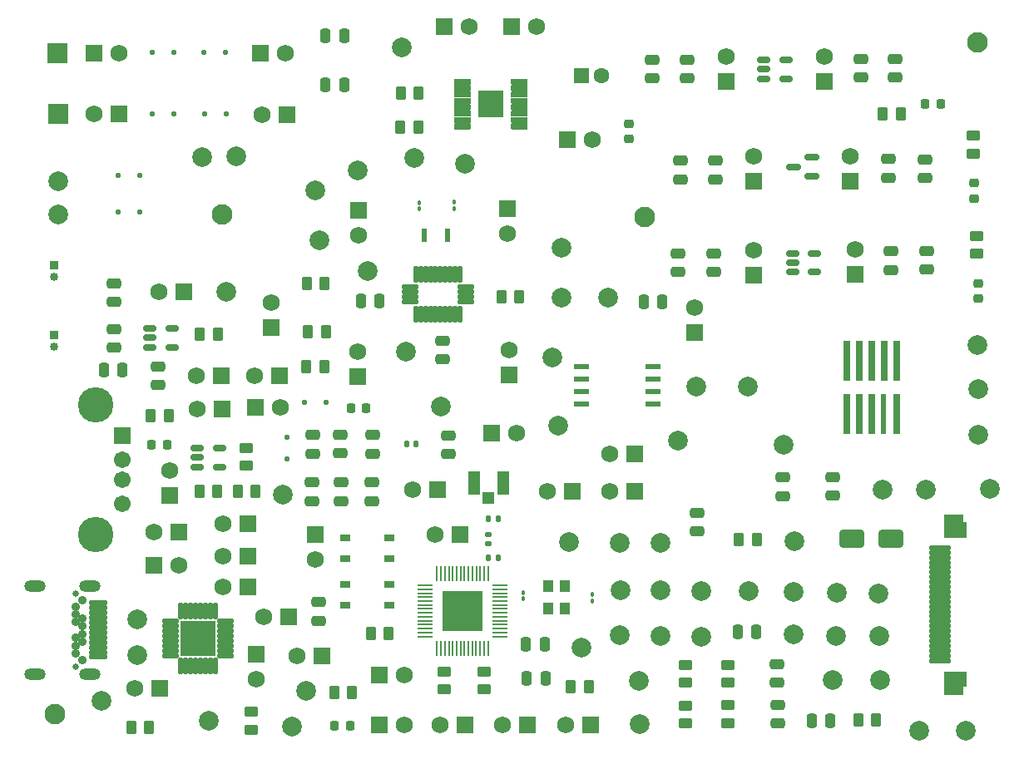
<source format=gbr>
%TF.GenerationSoftware,KiCad,Pcbnew,7.0.6-0*%
%TF.CreationDate,2024-11-22T11:46:18-08:00*%
%TF.ProjectId,OuterBoard_rev2.1,4f757465-7242-46f6-9172-645f72657632,rev?*%
%TF.SameCoordinates,Original*%
%TF.FileFunction,Soldermask,Top*%
%TF.FilePolarity,Negative*%
%FSLAX46Y46*%
G04 Gerber Fmt 4.6, Leading zero omitted, Abs format (unit mm)*
G04 Created by KiCad (PCBNEW 7.0.6-0) date 2024-11-22 11:46:18*
%MOMM*%
%LPD*%
G01*
G04 APERTURE LIST*
G04 Aperture macros list*
%AMRoundRect*
0 Rectangle with rounded corners*
0 $1 Rounding radius*
0 $2 $3 $4 $5 $6 $7 $8 $9 X,Y pos of 4 corners*
0 Add a 4 corners polygon primitive as box body*
4,1,4,$2,$3,$4,$5,$6,$7,$8,$9,$2,$3,0*
0 Add four circle primitives for the rounded corners*
1,1,$1+$1,$2,$3*
1,1,$1+$1,$4,$5*
1,1,$1+$1,$6,$7*
1,1,$1+$1,$8,$9*
0 Add four rect primitives between the rounded corners*
20,1,$1+$1,$2,$3,$4,$5,0*
20,1,$1+$1,$4,$5,$6,$7,0*
20,1,$1+$1,$6,$7,$8,$9,0*
20,1,$1+$1,$8,$9,$2,$3,0*%
G04 Aperture macros list end*
%ADD10C,0.010000*%
%ADD11RoundRect,0.102000X-0.765000X-0.765000X0.765000X-0.765000X0.765000X0.765000X-0.765000X0.765000X0*%
%ADD12C,1.734000*%
%ADD13C,2.000000*%
%ADD14RoundRect,0.102000X0.765000X0.765000X-0.765000X0.765000X-0.765000X-0.765000X0.765000X-0.765000X0*%
%ADD15RoundRect,0.250000X-0.475000X0.250000X-0.475000X-0.250000X0.475000X-0.250000X0.475000X0.250000X0*%
%ADD16R,1.050000X1.300000*%
%ADD17RoundRect,0.250000X-0.250000X-0.475000X0.250000X-0.475000X0.250000X0.475000X-0.250000X0.475000X0*%
%ADD18RoundRect,0.100000X0.100000X-0.130000X0.100000X0.130000X-0.100000X0.130000X-0.100000X-0.130000X0*%
%ADD19RoundRect,0.250000X0.475000X-0.250000X0.475000X0.250000X-0.475000X0.250000X-0.475000X-0.250000X0*%
%ADD20RoundRect,0.250000X-0.262500X-0.450000X0.262500X-0.450000X0.262500X0.450000X-0.262500X0.450000X0*%
%ADD21RoundRect,0.102000X-0.525000X-1.100000X0.525000X-1.100000X0.525000X1.100000X-0.525000X1.100000X0*%
%ADD22RoundRect,0.102000X-0.525000X-0.500000X0.525000X-0.500000X0.525000X0.500000X-0.525000X0.500000X0*%
%ADD23RoundRect,0.102000X-0.765000X0.765000X-0.765000X-0.765000X0.765000X-0.765000X0.765000X0.765000X0*%
%ADD24C,0.650000*%
%ADD25RoundRect,0.102000X-0.810000X0.175000X-0.810000X-0.175000X0.810000X-0.175000X0.810000X0.175000X0*%
%ADD26C,0.904000*%
%ADD27O,2.204000X1.204000*%
%ADD28RoundRect,0.102000X-0.754000X0.754000X-0.754000X-0.754000X0.754000X-0.754000X0.754000X0.754000X0*%
%ADD29C,1.712000*%
%ADD30C,3.600000*%
%ADD31RoundRect,0.125000X0.125000X0.125000X-0.125000X0.125000X-0.125000X-0.125000X0.125000X-0.125000X0*%
%ADD32RoundRect,0.250000X0.262500X0.450000X-0.262500X0.450000X-0.262500X-0.450000X0.262500X-0.450000X0*%
%ADD33RoundRect,0.150000X-0.512500X-0.150000X0.512500X-0.150000X0.512500X0.150000X-0.512500X0.150000X0*%
%ADD34C,2.100000*%
%ADD35RoundRect,0.102000X0.765000X-0.765000X0.765000X0.765000X-0.765000X0.765000X-0.765000X-0.765000X0*%
%ADD36RoundRect,0.102000X0.984000X-0.156000X0.984000X0.156000X-0.984000X0.156000X-0.984000X-0.156000X0*%
%ADD37RoundRect,0.102000X0.984000X-0.150000X0.984000X0.150000X-0.984000X0.150000X-0.984000X-0.150000X0*%
%ADD38RoundRect,0.100000X-0.100000X0.130000X-0.100000X-0.130000X0.100000X-0.130000X0.100000X0.130000X0*%
%ADD39RoundRect,0.125000X-0.125000X-0.125000X0.125000X-0.125000X0.125000X0.125000X-0.125000X0.125000X0*%
%ADD40RoundRect,0.218750X0.256250X-0.218750X0.256250X0.218750X-0.256250X0.218750X-0.256250X-0.218750X0*%
%ADD41RoundRect,0.225000X-0.250000X0.225000X-0.250000X-0.225000X0.250000X-0.225000X0.250000X0.225000X0*%
%ADD42RoundRect,0.250000X1.000000X0.650000X-1.000000X0.650000X-1.000000X-0.650000X1.000000X-0.650000X0*%
%ADD43RoundRect,0.250000X0.450000X-0.262500X0.450000X0.262500X-0.450000X0.262500X-0.450000X-0.262500X0*%
%ADD44RoundRect,0.250000X-0.450000X0.262500X-0.450000X-0.262500X0.450000X-0.262500X0.450000X0.262500X0*%
%ADD45RoundRect,0.218750X-0.218750X-0.256250X0.218750X-0.256250X0.218750X0.256250X-0.218750X0.256250X0*%
%ADD46RoundRect,0.147500X-0.147500X-0.172500X0.147500X-0.172500X0.147500X0.172500X-0.147500X0.172500X0*%
%ADD47R,2.000000X2.000000*%
%ADD48R,0.850000X0.850000*%
%ADD49C,0.850000*%
%ADD50RoundRect,0.150000X0.587500X0.150000X-0.587500X0.150000X-0.587500X-0.150000X0.587500X-0.150000X0*%
%ADD51RoundRect,0.218750X0.218750X0.256250X-0.218750X0.256250X-0.218750X-0.256250X0.218750X-0.256250X0*%
%ADD52RoundRect,0.102000X-0.150000X-0.747000X0.150000X-0.747000X0.150000X0.747000X-0.150000X0.747000X0*%
%ADD53RoundRect,0.102000X-0.728000X-0.150000X0.728000X-0.150000X0.728000X0.150000X-0.728000X0.150000X0*%
%ADD54RoundRect,0.147500X0.172500X-0.147500X0.172500X0.147500X-0.172500X0.147500X-0.172500X-0.147500X0*%
%ADD55RoundRect,0.135750X-0.101250X0.721750X-0.101250X-0.721750X0.101250X-0.721750X0.101250X0.721750X0*%
%ADD56RoundRect,0.135750X-0.721750X0.101250X-0.721750X-0.101250X0.721750X-0.101250X0.721750X0.101250X0*%
%ADD57RoundRect,0.102000X-1.700000X1.700000X-1.700000X-1.700000X1.700000X-1.700000X1.700000X1.700000X0*%
%ADD58RoundRect,0.125000X-0.125000X0.125000X-0.125000X-0.125000X0.125000X-0.125000X0.125000X0.125000X0*%
%ADD59RoundRect,0.140000X-0.140000X-0.170000X0.140000X-0.170000X0.140000X0.170000X-0.140000X0.170000X0*%
%ADD60RoundRect,0.250000X0.250000X0.475000X-0.250000X0.475000X-0.250000X-0.475000X0.250000X-0.475000X0*%
%ADD61R,1.549400X0.558800*%
%ADD62R,1.600000X1.600000*%
%ADD63C,1.600000*%
%ADD64R,0.660400X4.190302*%
%ADD65R,0.584200X4.190302*%
%ADD66R,0.990600X0.711200*%
%ADD67R,0.609600X1.397000*%
%ADD68R,0.199200X1.496999*%
%ADD69R,0.199198X1.496999*%
%ADD70R,1.496999X0.199200*%
%ADD71R,1.496999X0.191598*%
%ADD72R,0.191598X1.496999*%
%ADD73R,0.229600X1.496999*%
%ADD74R,1.496999X0.185599*%
%ADD75R,4.038600X4.038600*%
G04 APERTURE END LIST*
%TO.C,U2*%
D10*
X126990000Y-67839600D02*
X126996000Y-67839600D01*
X127001000Y-67840600D01*
X127006000Y-67841600D01*
X127011000Y-67843600D01*
X127016000Y-67845600D01*
X127021000Y-67847600D01*
X127025000Y-67849600D01*
X127030000Y-67851600D01*
X127034000Y-67854600D01*
X127039000Y-67857600D01*
X127043000Y-67860600D01*
X127047000Y-67864600D01*
X127051000Y-67867600D01*
X127054000Y-67871600D01*
X127058000Y-67875600D01*
X127061000Y-67879600D01*
X127064000Y-67884600D01*
X127067000Y-67888600D01*
X127069000Y-67893600D01*
X127071000Y-67897600D01*
X127073000Y-67902600D01*
X127075000Y-67907600D01*
X127077000Y-67912600D01*
X127078000Y-67917600D01*
X127079000Y-67922600D01*
X127079000Y-67928600D01*
X127080000Y-67933600D01*
X127080000Y-67938600D01*
X127080000Y-68288600D01*
X127080000Y-68293600D01*
X127079000Y-68298600D01*
X127079000Y-68304600D01*
X127078000Y-68309600D01*
X127077000Y-68314600D01*
X127075000Y-68319600D01*
X127073000Y-68324600D01*
X127071000Y-68329600D01*
X127069000Y-68333600D01*
X127067000Y-68338600D01*
X127064000Y-68342600D01*
X127061000Y-68347600D01*
X127058000Y-68351600D01*
X127054000Y-68355600D01*
X127051000Y-68359600D01*
X127047000Y-68362600D01*
X127043000Y-68366600D01*
X127039000Y-68369600D01*
X127034000Y-68372600D01*
X127030000Y-68375600D01*
X127025000Y-68377600D01*
X127021000Y-68379600D01*
X127016000Y-68381600D01*
X127011000Y-68383600D01*
X127006000Y-68385600D01*
X127001000Y-68386600D01*
X126996000Y-68387600D01*
X126990000Y-68387600D01*
X126985000Y-68388600D01*
X126980000Y-68388600D01*
X125580000Y-68388600D01*
X125575000Y-68388600D01*
X125570000Y-68387600D01*
X125564000Y-68387600D01*
X125559000Y-68386600D01*
X125554000Y-68385600D01*
X125549000Y-68383600D01*
X125544000Y-68381600D01*
X125539000Y-68379600D01*
X125535000Y-68377600D01*
X125530000Y-68375600D01*
X125526000Y-68372600D01*
X125521000Y-68369600D01*
X125517000Y-68366600D01*
X125513000Y-68362600D01*
X125509000Y-68359600D01*
X125506000Y-68355600D01*
X125502000Y-68351600D01*
X125499000Y-68347600D01*
X125496000Y-68342600D01*
X125493000Y-68338600D01*
X125491000Y-68333600D01*
X125489000Y-68329600D01*
X125487000Y-68324600D01*
X125485000Y-68319600D01*
X125483000Y-68314600D01*
X125482000Y-68309600D01*
X125481000Y-68304600D01*
X125481000Y-68298600D01*
X125480000Y-68293600D01*
X125480000Y-68288600D01*
X125480000Y-67938600D01*
X125480000Y-67933600D01*
X125481000Y-67928600D01*
X125481000Y-67922600D01*
X125482000Y-67917600D01*
X125483000Y-67912600D01*
X125485000Y-67907600D01*
X125487000Y-67902600D01*
X125489000Y-67897600D01*
X125491000Y-67893600D01*
X125493000Y-67888600D01*
X125496000Y-67884600D01*
X125499000Y-67879600D01*
X125502000Y-67875600D01*
X125506000Y-67871600D01*
X125509000Y-67867600D01*
X125513000Y-67864600D01*
X125517000Y-67860600D01*
X125521000Y-67857600D01*
X125526000Y-67854600D01*
X125530000Y-67851600D01*
X125535000Y-67849600D01*
X125539000Y-67847600D01*
X125544000Y-67845600D01*
X125549000Y-67843600D01*
X125554000Y-67841600D01*
X125559000Y-67840600D01*
X125564000Y-67839600D01*
X125570000Y-67839600D01*
X125575000Y-67838600D01*
X125580000Y-67838600D01*
X126980000Y-67838600D01*
X126985000Y-67838600D01*
X126990000Y-67839600D01*
G36*
X126990000Y-67839600D02*
G01*
X126996000Y-67839600D01*
X127001000Y-67840600D01*
X127006000Y-67841600D01*
X127011000Y-67843600D01*
X127016000Y-67845600D01*
X127021000Y-67847600D01*
X127025000Y-67849600D01*
X127030000Y-67851600D01*
X127034000Y-67854600D01*
X127039000Y-67857600D01*
X127043000Y-67860600D01*
X127047000Y-67864600D01*
X127051000Y-67867600D01*
X127054000Y-67871600D01*
X127058000Y-67875600D01*
X127061000Y-67879600D01*
X127064000Y-67884600D01*
X127067000Y-67888600D01*
X127069000Y-67893600D01*
X127071000Y-67897600D01*
X127073000Y-67902600D01*
X127075000Y-67907600D01*
X127077000Y-67912600D01*
X127078000Y-67917600D01*
X127079000Y-67922600D01*
X127079000Y-67928600D01*
X127080000Y-67933600D01*
X127080000Y-67938600D01*
X127080000Y-68288600D01*
X127080000Y-68293600D01*
X127079000Y-68298600D01*
X127079000Y-68304600D01*
X127078000Y-68309600D01*
X127077000Y-68314600D01*
X127075000Y-68319600D01*
X127073000Y-68324600D01*
X127071000Y-68329600D01*
X127069000Y-68333600D01*
X127067000Y-68338600D01*
X127064000Y-68342600D01*
X127061000Y-68347600D01*
X127058000Y-68351600D01*
X127054000Y-68355600D01*
X127051000Y-68359600D01*
X127047000Y-68362600D01*
X127043000Y-68366600D01*
X127039000Y-68369600D01*
X127034000Y-68372600D01*
X127030000Y-68375600D01*
X127025000Y-68377600D01*
X127021000Y-68379600D01*
X127016000Y-68381600D01*
X127011000Y-68383600D01*
X127006000Y-68385600D01*
X127001000Y-68386600D01*
X126996000Y-68387600D01*
X126990000Y-68387600D01*
X126985000Y-68388600D01*
X126980000Y-68388600D01*
X125580000Y-68388600D01*
X125575000Y-68388600D01*
X125570000Y-68387600D01*
X125564000Y-68387600D01*
X125559000Y-68386600D01*
X125554000Y-68385600D01*
X125549000Y-68383600D01*
X125544000Y-68381600D01*
X125539000Y-68379600D01*
X125535000Y-68377600D01*
X125530000Y-68375600D01*
X125526000Y-68372600D01*
X125521000Y-68369600D01*
X125517000Y-68366600D01*
X125513000Y-68362600D01*
X125509000Y-68359600D01*
X125506000Y-68355600D01*
X125502000Y-68351600D01*
X125499000Y-68347600D01*
X125496000Y-68342600D01*
X125493000Y-68338600D01*
X125491000Y-68333600D01*
X125489000Y-68329600D01*
X125487000Y-68324600D01*
X125485000Y-68319600D01*
X125483000Y-68314600D01*
X125482000Y-68309600D01*
X125481000Y-68304600D01*
X125481000Y-68298600D01*
X125480000Y-68293600D01*
X125480000Y-68288600D01*
X125480000Y-67938600D01*
X125480000Y-67933600D01*
X125481000Y-67928600D01*
X125481000Y-67922600D01*
X125482000Y-67917600D01*
X125483000Y-67912600D01*
X125485000Y-67907600D01*
X125487000Y-67902600D01*
X125489000Y-67897600D01*
X125491000Y-67893600D01*
X125493000Y-67888600D01*
X125496000Y-67884600D01*
X125499000Y-67879600D01*
X125502000Y-67875600D01*
X125506000Y-67871600D01*
X125509000Y-67867600D01*
X125513000Y-67864600D01*
X125517000Y-67860600D01*
X125521000Y-67857600D01*
X125526000Y-67854600D01*
X125530000Y-67851600D01*
X125535000Y-67849600D01*
X125539000Y-67847600D01*
X125544000Y-67845600D01*
X125549000Y-67843600D01*
X125554000Y-67841600D01*
X125559000Y-67840600D01*
X125564000Y-67839600D01*
X125570000Y-67839600D01*
X125575000Y-67838600D01*
X125580000Y-67838600D01*
X126980000Y-67838600D01*
X126985000Y-67838600D01*
X126990000Y-67839600D01*
G37*
X126990000Y-68489600D02*
X126996000Y-68489600D01*
X127001000Y-68490600D01*
X127006000Y-68491600D01*
X127011000Y-68493600D01*
X127016000Y-68495600D01*
X127021000Y-68497600D01*
X127025000Y-68499600D01*
X127030000Y-68501600D01*
X127034000Y-68504600D01*
X127039000Y-68507600D01*
X127043000Y-68510600D01*
X127047000Y-68514600D01*
X127051000Y-68517600D01*
X127054000Y-68521600D01*
X127058000Y-68525600D01*
X127061000Y-68529600D01*
X127064000Y-68534600D01*
X127067000Y-68538600D01*
X127069000Y-68543600D01*
X127071000Y-68547600D01*
X127073000Y-68552600D01*
X127075000Y-68557600D01*
X127077000Y-68562600D01*
X127078000Y-68567600D01*
X127079000Y-68572600D01*
X127079000Y-68578600D01*
X127080000Y-68583600D01*
X127080000Y-68588600D01*
X127080000Y-68938600D01*
X127080000Y-68943600D01*
X127079000Y-68948600D01*
X127079000Y-68954600D01*
X127078000Y-68959600D01*
X127077000Y-68964600D01*
X127075000Y-68969600D01*
X127073000Y-68974600D01*
X127071000Y-68979600D01*
X127069000Y-68983600D01*
X127067000Y-68988600D01*
X127064000Y-68992600D01*
X127061000Y-68997600D01*
X127058000Y-69001600D01*
X127054000Y-69005600D01*
X127051000Y-69009600D01*
X127047000Y-69012600D01*
X127043000Y-69016600D01*
X127039000Y-69019600D01*
X127034000Y-69022600D01*
X127030000Y-69025600D01*
X127025000Y-69027600D01*
X127021000Y-69029600D01*
X127016000Y-69031600D01*
X127011000Y-69033600D01*
X127006000Y-69035600D01*
X127001000Y-69036600D01*
X126996000Y-69037600D01*
X126990000Y-69037600D01*
X126985000Y-69038600D01*
X126980000Y-69038600D01*
X125580000Y-69038600D01*
X125575000Y-69038600D01*
X125570000Y-69037600D01*
X125564000Y-69037600D01*
X125559000Y-69036600D01*
X125554000Y-69035600D01*
X125549000Y-69033600D01*
X125544000Y-69031600D01*
X125539000Y-69029600D01*
X125535000Y-69027600D01*
X125530000Y-69025600D01*
X125526000Y-69022600D01*
X125521000Y-69019600D01*
X125517000Y-69016600D01*
X125513000Y-69012600D01*
X125509000Y-69009600D01*
X125506000Y-69005600D01*
X125502000Y-69001600D01*
X125499000Y-68997600D01*
X125496000Y-68992600D01*
X125493000Y-68988600D01*
X125491000Y-68983600D01*
X125489000Y-68979600D01*
X125487000Y-68974600D01*
X125485000Y-68969600D01*
X125483000Y-68964600D01*
X125482000Y-68959600D01*
X125481000Y-68954600D01*
X125481000Y-68948600D01*
X125480000Y-68943600D01*
X125480000Y-68938600D01*
X125480000Y-68588600D01*
X125480000Y-68583600D01*
X125481000Y-68578600D01*
X125481000Y-68572600D01*
X125482000Y-68567600D01*
X125483000Y-68562600D01*
X125485000Y-68557600D01*
X125487000Y-68552600D01*
X125489000Y-68547600D01*
X125491000Y-68543600D01*
X125493000Y-68538600D01*
X125496000Y-68534600D01*
X125499000Y-68529600D01*
X125502000Y-68525600D01*
X125506000Y-68521600D01*
X125509000Y-68517600D01*
X125513000Y-68514600D01*
X125517000Y-68510600D01*
X125521000Y-68507600D01*
X125526000Y-68504600D01*
X125530000Y-68501600D01*
X125535000Y-68499600D01*
X125539000Y-68497600D01*
X125544000Y-68495600D01*
X125549000Y-68493600D01*
X125554000Y-68491600D01*
X125559000Y-68490600D01*
X125564000Y-68489600D01*
X125570000Y-68489600D01*
X125575000Y-68488600D01*
X125580000Y-68488600D01*
X126980000Y-68488600D01*
X126985000Y-68488600D01*
X126990000Y-68489600D01*
G36*
X126990000Y-68489600D02*
G01*
X126996000Y-68489600D01*
X127001000Y-68490600D01*
X127006000Y-68491600D01*
X127011000Y-68493600D01*
X127016000Y-68495600D01*
X127021000Y-68497600D01*
X127025000Y-68499600D01*
X127030000Y-68501600D01*
X127034000Y-68504600D01*
X127039000Y-68507600D01*
X127043000Y-68510600D01*
X127047000Y-68514600D01*
X127051000Y-68517600D01*
X127054000Y-68521600D01*
X127058000Y-68525600D01*
X127061000Y-68529600D01*
X127064000Y-68534600D01*
X127067000Y-68538600D01*
X127069000Y-68543600D01*
X127071000Y-68547600D01*
X127073000Y-68552600D01*
X127075000Y-68557600D01*
X127077000Y-68562600D01*
X127078000Y-68567600D01*
X127079000Y-68572600D01*
X127079000Y-68578600D01*
X127080000Y-68583600D01*
X127080000Y-68588600D01*
X127080000Y-68938600D01*
X127080000Y-68943600D01*
X127079000Y-68948600D01*
X127079000Y-68954600D01*
X127078000Y-68959600D01*
X127077000Y-68964600D01*
X127075000Y-68969600D01*
X127073000Y-68974600D01*
X127071000Y-68979600D01*
X127069000Y-68983600D01*
X127067000Y-68988600D01*
X127064000Y-68992600D01*
X127061000Y-68997600D01*
X127058000Y-69001600D01*
X127054000Y-69005600D01*
X127051000Y-69009600D01*
X127047000Y-69012600D01*
X127043000Y-69016600D01*
X127039000Y-69019600D01*
X127034000Y-69022600D01*
X127030000Y-69025600D01*
X127025000Y-69027600D01*
X127021000Y-69029600D01*
X127016000Y-69031600D01*
X127011000Y-69033600D01*
X127006000Y-69035600D01*
X127001000Y-69036600D01*
X126996000Y-69037600D01*
X126990000Y-69037600D01*
X126985000Y-69038600D01*
X126980000Y-69038600D01*
X125580000Y-69038600D01*
X125575000Y-69038600D01*
X125570000Y-69037600D01*
X125564000Y-69037600D01*
X125559000Y-69036600D01*
X125554000Y-69035600D01*
X125549000Y-69033600D01*
X125544000Y-69031600D01*
X125539000Y-69029600D01*
X125535000Y-69027600D01*
X125530000Y-69025600D01*
X125526000Y-69022600D01*
X125521000Y-69019600D01*
X125517000Y-69016600D01*
X125513000Y-69012600D01*
X125509000Y-69009600D01*
X125506000Y-69005600D01*
X125502000Y-69001600D01*
X125499000Y-68997600D01*
X125496000Y-68992600D01*
X125493000Y-68988600D01*
X125491000Y-68983600D01*
X125489000Y-68979600D01*
X125487000Y-68974600D01*
X125485000Y-68969600D01*
X125483000Y-68964600D01*
X125482000Y-68959600D01*
X125481000Y-68954600D01*
X125481000Y-68948600D01*
X125480000Y-68943600D01*
X125480000Y-68938600D01*
X125480000Y-68588600D01*
X125480000Y-68583600D01*
X125481000Y-68578600D01*
X125481000Y-68572600D01*
X125482000Y-68567600D01*
X125483000Y-68562600D01*
X125485000Y-68557600D01*
X125487000Y-68552600D01*
X125489000Y-68547600D01*
X125491000Y-68543600D01*
X125493000Y-68538600D01*
X125496000Y-68534600D01*
X125499000Y-68529600D01*
X125502000Y-68525600D01*
X125506000Y-68521600D01*
X125509000Y-68517600D01*
X125513000Y-68514600D01*
X125517000Y-68510600D01*
X125521000Y-68507600D01*
X125526000Y-68504600D01*
X125530000Y-68501600D01*
X125535000Y-68499600D01*
X125539000Y-68497600D01*
X125544000Y-68495600D01*
X125549000Y-68493600D01*
X125554000Y-68491600D01*
X125559000Y-68490600D01*
X125564000Y-68489600D01*
X125570000Y-68489600D01*
X125575000Y-68488600D01*
X125580000Y-68488600D01*
X126980000Y-68488600D01*
X126985000Y-68488600D01*
X126990000Y-68489600D01*
G37*
X126990000Y-69139600D02*
X126996000Y-69139600D01*
X127001000Y-69140600D01*
X127006000Y-69141600D01*
X127011000Y-69143600D01*
X127016000Y-69145600D01*
X127021000Y-69147600D01*
X127025000Y-69149600D01*
X127030000Y-69151600D01*
X127034000Y-69154600D01*
X127039000Y-69157600D01*
X127043000Y-69160600D01*
X127047000Y-69164600D01*
X127051000Y-69167600D01*
X127054000Y-69171600D01*
X127058000Y-69175600D01*
X127061000Y-69179600D01*
X127064000Y-69184600D01*
X127067000Y-69188600D01*
X127069000Y-69193600D01*
X127071000Y-69197600D01*
X127073000Y-69202600D01*
X127075000Y-69207600D01*
X127077000Y-69212600D01*
X127078000Y-69217600D01*
X127079000Y-69222600D01*
X127079000Y-69228600D01*
X127080000Y-69233600D01*
X127080000Y-69238600D01*
X127080000Y-69588600D01*
X127080000Y-69593600D01*
X127079000Y-69598600D01*
X127079000Y-69604600D01*
X127078000Y-69609600D01*
X127077000Y-69614600D01*
X127075000Y-69619600D01*
X127073000Y-69624600D01*
X127071000Y-69629600D01*
X127069000Y-69633600D01*
X127067000Y-69638600D01*
X127064000Y-69642600D01*
X127061000Y-69647600D01*
X127058000Y-69651600D01*
X127054000Y-69655600D01*
X127051000Y-69659600D01*
X127047000Y-69662600D01*
X127043000Y-69666600D01*
X127039000Y-69669600D01*
X127034000Y-69672600D01*
X127030000Y-69675600D01*
X127025000Y-69677600D01*
X127021000Y-69679600D01*
X127016000Y-69681600D01*
X127011000Y-69683600D01*
X127006000Y-69685600D01*
X127001000Y-69686600D01*
X126996000Y-69687600D01*
X126990000Y-69687600D01*
X126985000Y-69688600D01*
X126980000Y-69688600D01*
X125580000Y-69688600D01*
X125575000Y-69688600D01*
X125570000Y-69687600D01*
X125564000Y-69687600D01*
X125559000Y-69686600D01*
X125554000Y-69685600D01*
X125549000Y-69683600D01*
X125544000Y-69681600D01*
X125539000Y-69679600D01*
X125535000Y-69677600D01*
X125530000Y-69675600D01*
X125526000Y-69672600D01*
X125521000Y-69669600D01*
X125517000Y-69666600D01*
X125513000Y-69662600D01*
X125509000Y-69659600D01*
X125506000Y-69655600D01*
X125502000Y-69651600D01*
X125499000Y-69647600D01*
X125496000Y-69642600D01*
X125493000Y-69638600D01*
X125491000Y-69633600D01*
X125489000Y-69629600D01*
X125487000Y-69624600D01*
X125485000Y-69619600D01*
X125483000Y-69614600D01*
X125482000Y-69609600D01*
X125481000Y-69604600D01*
X125481000Y-69598600D01*
X125480000Y-69593600D01*
X125480000Y-69588600D01*
X125480000Y-69238600D01*
X125480000Y-69233600D01*
X125481000Y-69228600D01*
X125481000Y-69222600D01*
X125482000Y-69217600D01*
X125483000Y-69212600D01*
X125485000Y-69207600D01*
X125487000Y-69202600D01*
X125489000Y-69197600D01*
X125491000Y-69193600D01*
X125493000Y-69188600D01*
X125496000Y-69184600D01*
X125499000Y-69179600D01*
X125502000Y-69175600D01*
X125506000Y-69171600D01*
X125509000Y-69167600D01*
X125513000Y-69164600D01*
X125517000Y-69160600D01*
X125521000Y-69157600D01*
X125526000Y-69154600D01*
X125530000Y-69151600D01*
X125535000Y-69149600D01*
X125539000Y-69147600D01*
X125544000Y-69145600D01*
X125549000Y-69143600D01*
X125554000Y-69141600D01*
X125559000Y-69140600D01*
X125564000Y-69139600D01*
X125570000Y-69139600D01*
X125575000Y-69138600D01*
X125580000Y-69138600D01*
X126980000Y-69138600D01*
X126985000Y-69138600D01*
X126990000Y-69139600D01*
G36*
X126990000Y-69139600D02*
G01*
X126996000Y-69139600D01*
X127001000Y-69140600D01*
X127006000Y-69141600D01*
X127011000Y-69143600D01*
X127016000Y-69145600D01*
X127021000Y-69147600D01*
X127025000Y-69149600D01*
X127030000Y-69151600D01*
X127034000Y-69154600D01*
X127039000Y-69157600D01*
X127043000Y-69160600D01*
X127047000Y-69164600D01*
X127051000Y-69167600D01*
X127054000Y-69171600D01*
X127058000Y-69175600D01*
X127061000Y-69179600D01*
X127064000Y-69184600D01*
X127067000Y-69188600D01*
X127069000Y-69193600D01*
X127071000Y-69197600D01*
X127073000Y-69202600D01*
X127075000Y-69207600D01*
X127077000Y-69212600D01*
X127078000Y-69217600D01*
X127079000Y-69222600D01*
X127079000Y-69228600D01*
X127080000Y-69233600D01*
X127080000Y-69238600D01*
X127080000Y-69588600D01*
X127080000Y-69593600D01*
X127079000Y-69598600D01*
X127079000Y-69604600D01*
X127078000Y-69609600D01*
X127077000Y-69614600D01*
X127075000Y-69619600D01*
X127073000Y-69624600D01*
X127071000Y-69629600D01*
X127069000Y-69633600D01*
X127067000Y-69638600D01*
X127064000Y-69642600D01*
X127061000Y-69647600D01*
X127058000Y-69651600D01*
X127054000Y-69655600D01*
X127051000Y-69659600D01*
X127047000Y-69662600D01*
X127043000Y-69666600D01*
X127039000Y-69669600D01*
X127034000Y-69672600D01*
X127030000Y-69675600D01*
X127025000Y-69677600D01*
X127021000Y-69679600D01*
X127016000Y-69681600D01*
X127011000Y-69683600D01*
X127006000Y-69685600D01*
X127001000Y-69686600D01*
X126996000Y-69687600D01*
X126990000Y-69687600D01*
X126985000Y-69688600D01*
X126980000Y-69688600D01*
X125580000Y-69688600D01*
X125575000Y-69688600D01*
X125570000Y-69687600D01*
X125564000Y-69687600D01*
X125559000Y-69686600D01*
X125554000Y-69685600D01*
X125549000Y-69683600D01*
X125544000Y-69681600D01*
X125539000Y-69679600D01*
X125535000Y-69677600D01*
X125530000Y-69675600D01*
X125526000Y-69672600D01*
X125521000Y-69669600D01*
X125517000Y-69666600D01*
X125513000Y-69662600D01*
X125509000Y-69659600D01*
X125506000Y-69655600D01*
X125502000Y-69651600D01*
X125499000Y-69647600D01*
X125496000Y-69642600D01*
X125493000Y-69638600D01*
X125491000Y-69633600D01*
X125489000Y-69629600D01*
X125487000Y-69624600D01*
X125485000Y-69619600D01*
X125483000Y-69614600D01*
X125482000Y-69609600D01*
X125481000Y-69604600D01*
X125481000Y-69598600D01*
X125480000Y-69593600D01*
X125480000Y-69588600D01*
X125480000Y-69238600D01*
X125480000Y-69233600D01*
X125481000Y-69228600D01*
X125481000Y-69222600D01*
X125482000Y-69217600D01*
X125483000Y-69212600D01*
X125485000Y-69207600D01*
X125487000Y-69202600D01*
X125489000Y-69197600D01*
X125491000Y-69193600D01*
X125493000Y-69188600D01*
X125496000Y-69184600D01*
X125499000Y-69179600D01*
X125502000Y-69175600D01*
X125506000Y-69171600D01*
X125509000Y-69167600D01*
X125513000Y-69164600D01*
X125517000Y-69160600D01*
X125521000Y-69157600D01*
X125526000Y-69154600D01*
X125530000Y-69151600D01*
X125535000Y-69149600D01*
X125539000Y-69147600D01*
X125544000Y-69145600D01*
X125549000Y-69143600D01*
X125554000Y-69141600D01*
X125559000Y-69140600D01*
X125564000Y-69139600D01*
X125570000Y-69139600D01*
X125575000Y-69138600D01*
X125580000Y-69138600D01*
X126980000Y-69138600D01*
X126985000Y-69138600D01*
X126990000Y-69139600D01*
G37*
X126990000Y-69789600D02*
X126996000Y-69789600D01*
X127001000Y-69790600D01*
X127006000Y-69791600D01*
X127011000Y-69793600D01*
X127016000Y-69795600D01*
X127021000Y-69797600D01*
X127025000Y-69799600D01*
X127030000Y-69801600D01*
X127034000Y-69804600D01*
X127039000Y-69807600D01*
X127043000Y-69810600D01*
X127047000Y-69814600D01*
X127051000Y-69817600D01*
X127054000Y-69821600D01*
X127058000Y-69825600D01*
X127061000Y-69829600D01*
X127064000Y-69834600D01*
X127067000Y-69838600D01*
X127069000Y-69843600D01*
X127071000Y-69847600D01*
X127073000Y-69852600D01*
X127075000Y-69857600D01*
X127077000Y-69862600D01*
X127078000Y-69867600D01*
X127079000Y-69872600D01*
X127079000Y-69878600D01*
X127080000Y-69883600D01*
X127080000Y-69888600D01*
X127080000Y-70238600D01*
X127080000Y-70243600D01*
X127079000Y-70248600D01*
X127079000Y-70254600D01*
X127078000Y-70259600D01*
X127077000Y-70264600D01*
X127075000Y-70269600D01*
X127073000Y-70274600D01*
X127071000Y-70279600D01*
X127069000Y-70283600D01*
X127067000Y-70288600D01*
X127064000Y-70292600D01*
X127061000Y-70297600D01*
X127058000Y-70301600D01*
X127054000Y-70305600D01*
X127051000Y-70309600D01*
X127047000Y-70312600D01*
X127043000Y-70316600D01*
X127039000Y-70319600D01*
X127034000Y-70322600D01*
X127030000Y-70325600D01*
X127025000Y-70327600D01*
X127021000Y-70329600D01*
X127016000Y-70331600D01*
X127011000Y-70333600D01*
X127006000Y-70335600D01*
X127001000Y-70336600D01*
X126996000Y-70337600D01*
X126990000Y-70337600D01*
X126985000Y-70338600D01*
X126980000Y-70338600D01*
X125580000Y-70338600D01*
X125575000Y-70338600D01*
X125570000Y-70337600D01*
X125564000Y-70337600D01*
X125559000Y-70336600D01*
X125554000Y-70335600D01*
X125549000Y-70333600D01*
X125544000Y-70331600D01*
X125539000Y-70329600D01*
X125535000Y-70327600D01*
X125530000Y-70325600D01*
X125526000Y-70322600D01*
X125521000Y-70319600D01*
X125517000Y-70316600D01*
X125513000Y-70312600D01*
X125509000Y-70309600D01*
X125506000Y-70305600D01*
X125502000Y-70301600D01*
X125499000Y-70297600D01*
X125496000Y-70292600D01*
X125493000Y-70288600D01*
X125491000Y-70283600D01*
X125489000Y-70279600D01*
X125487000Y-70274600D01*
X125485000Y-70269600D01*
X125483000Y-70264600D01*
X125482000Y-70259600D01*
X125481000Y-70254600D01*
X125481000Y-70248600D01*
X125480000Y-70243600D01*
X125480000Y-70238600D01*
X125480000Y-69888600D01*
X125480000Y-69883600D01*
X125481000Y-69878600D01*
X125481000Y-69872600D01*
X125482000Y-69867600D01*
X125483000Y-69862600D01*
X125485000Y-69857600D01*
X125487000Y-69852600D01*
X125489000Y-69847600D01*
X125491000Y-69843600D01*
X125493000Y-69838600D01*
X125496000Y-69834600D01*
X125499000Y-69829600D01*
X125502000Y-69825600D01*
X125506000Y-69821600D01*
X125509000Y-69817600D01*
X125513000Y-69814600D01*
X125517000Y-69810600D01*
X125521000Y-69807600D01*
X125526000Y-69804600D01*
X125530000Y-69801600D01*
X125535000Y-69799600D01*
X125539000Y-69797600D01*
X125544000Y-69795600D01*
X125549000Y-69793600D01*
X125554000Y-69791600D01*
X125559000Y-69790600D01*
X125564000Y-69789600D01*
X125570000Y-69789600D01*
X125575000Y-69788600D01*
X125580000Y-69788600D01*
X126980000Y-69788600D01*
X126985000Y-69788600D01*
X126990000Y-69789600D01*
G36*
X126990000Y-69789600D02*
G01*
X126996000Y-69789600D01*
X127001000Y-69790600D01*
X127006000Y-69791600D01*
X127011000Y-69793600D01*
X127016000Y-69795600D01*
X127021000Y-69797600D01*
X127025000Y-69799600D01*
X127030000Y-69801600D01*
X127034000Y-69804600D01*
X127039000Y-69807600D01*
X127043000Y-69810600D01*
X127047000Y-69814600D01*
X127051000Y-69817600D01*
X127054000Y-69821600D01*
X127058000Y-69825600D01*
X127061000Y-69829600D01*
X127064000Y-69834600D01*
X127067000Y-69838600D01*
X127069000Y-69843600D01*
X127071000Y-69847600D01*
X127073000Y-69852600D01*
X127075000Y-69857600D01*
X127077000Y-69862600D01*
X127078000Y-69867600D01*
X127079000Y-69872600D01*
X127079000Y-69878600D01*
X127080000Y-69883600D01*
X127080000Y-69888600D01*
X127080000Y-70238600D01*
X127080000Y-70243600D01*
X127079000Y-70248600D01*
X127079000Y-70254600D01*
X127078000Y-70259600D01*
X127077000Y-70264600D01*
X127075000Y-70269600D01*
X127073000Y-70274600D01*
X127071000Y-70279600D01*
X127069000Y-70283600D01*
X127067000Y-70288600D01*
X127064000Y-70292600D01*
X127061000Y-70297600D01*
X127058000Y-70301600D01*
X127054000Y-70305600D01*
X127051000Y-70309600D01*
X127047000Y-70312600D01*
X127043000Y-70316600D01*
X127039000Y-70319600D01*
X127034000Y-70322600D01*
X127030000Y-70325600D01*
X127025000Y-70327600D01*
X127021000Y-70329600D01*
X127016000Y-70331600D01*
X127011000Y-70333600D01*
X127006000Y-70335600D01*
X127001000Y-70336600D01*
X126996000Y-70337600D01*
X126990000Y-70337600D01*
X126985000Y-70338600D01*
X126980000Y-70338600D01*
X125580000Y-70338600D01*
X125575000Y-70338600D01*
X125570000Y-70337600D01*
X125564000Y-70337600D01*
X125559000Y-70336600D01*
X125554000Y-70335600D01*
X125549000Y-70333600D01*
X125544000Y-70331600D01*
X125539000Y-70329600D01*
X125535000Y-70327600D01*
X125530000Y-70325600D01*
X125526000Y-70322600D01*
X125521000Y-70319600D01*
X125517000Y-70316600D01*
X125513000Y-70312600D01*
X125509000Y-70309600D01*
X125506000Y-70305600D01*
X125502000Y-70301600D01*
X125499000Y-70297600D01*
X125496000Y-70292600D01*
X125493000Y-70288600D01*
X125491000Y-70283600D01*
X125489000Y-70279600D01*
X125487000Y-70274600D01*
X125485000Y-70269600D01*
X125483000Y-70264600D01*
X125482000Y-70259600D01*
X125481000Y-70254600D01*
X125481000Y-70248600D01*
X125480000Y-70243600D01*
X125480000Y-70238600D01*
X125480000Y-69888600D01*
X125480000Y-69883600D01*
X125481000Y-69878600D01*
X125481000Y-69872600D01*
X125482000Y-69867600D01*
X125483000Y-69862600D01*
X125485000Y-69857600D01*
X125487000Y-69852600D01*
X125489000Y-69847600D01*
X125491000Y-69843600D01*
X125493000Y-69838600D01*
X125496000Y-69834600D01*
X125499000Y-69829600D01*
X125502000Y-69825600D01*
X125506000Y-69821600D01*
X125509000Y-69817600D01*
X125513000Y-69814600D01*
X125517000Y-69810600D01*
X125521000Y-69807600D01*
X125526000Y-69804600D01*
X125530000Y-69801600D01*
X125535000Y-69799600D01*
X125539000Y-69797600D01*
X125544000Y-69795600D01*
X125549000Y-69793600D01*
X125554000Y-69791600D01*
X125559000Y-69790600D01*
X125564000Y-69789600D01*
X125570000Y-69789600D01*
X125575000Y-69788600D01*
X125580000Y-69788600D01*
X126980000Y-69788600D01*
X126985000Y-69788600D01*
X126990000Y-69789600D01*
G37*
X126990000Y-70439600D02*
X126996000Y-70439600D01*
X127001000Y-70440600D01*
X127006000Y-70441600D01*
X127011000Y-70443600D01*
X127016000Y-70445600D01*
X127021000Y-70447600D01*
X127025000Y-70449600D01*
X127030000Y-70451600D01*
X127034000Y-70454600D01*
X127039000Y-70457600D01*
X127043000Y-70460600D01*
X127047000Y-70464600D01*
X127051000Y-70467600D01*
X127054000Y-70471600D01*
X127058000Y-70475600D01*
X127061000Y-70479600D01*
X127064000Y-70484600D01*
X127067000Y-70488600D01*
X127069000Y-70493600D01*
X127071000Y-70497600D01*
X127073000Y-70502600D01*
X127075000Y-70507600D01*
X127077000Y-70512600D01*
X127078000Y-70517600D01*
X127079000Y-70522600D01*
X127079000Y-70528600D01*
X127080000Y-70533600D01*
X127080000Y-70538600D01*
X127080000Y-70888600D01*
X127080000Y-70893600D01*
X127079000Y-70898600D01*
X127079000Y-70904600D01*
X127078000Y-70909600D01*
X127077000Y-70914600D01*
X127075000Y-70919600D01*
X127073000Y-70924600D01*
X127071000Y-70929600D01*
X127069000Y-70933600D01*
X127067000Y-70938600D01*
X127064000Y-70942600D01*
X127061000Y-70947600D01*
X127058000Y-70951600D01*
X127054000Y-70955600D01*
X127051000Y-70959600D01*
X127047000Y-70962600D01*
X127043000Y-70966600D01*
X127039000Y-70969600D01*
X127034000Y-70972600D01*
X127030000Y-70975600D01*
X127025000Y-70977600D01*
X127021000Y-70979600D01*
X127016000Y-70981600D01*
X127011000Y-70983600D01*
X127006000Y-70985600D01*
X127001000Y-70986600D01*
X126996000Y-70987600D01*
X126990000Y-70987600D01*
X126985000Y-70988600D01*
X126980000Y-70988600D01*
X125580000Y-70988600D01*
X125575000Y-70988600D01*
X125570000Y-70987600D01*
X125564000Y-70987600D01*
X125559000Y-70986600D01*
X125554000Y-70985600D01*
X125549000Y-70983600D01*
X125544000Y-70981600D01*
X125539000Y-70979600D01*
X125535000Y-70977600D01*
X125530000Y-70975600D01*
X125526000Y-70972600D01*
X125521000Y-70969600D01*
X125517000Y-70966600D01*
X125513000Y-70962600D01*
X125509000Y-70959600D01*
X125506000Y-70955600D01*
X125502000Y-70951600D01*
X125499000Y-70947600D01*
X125496000Y-70942600D01*
X125493000Y-70938600D01*
X125491000Y-70933600D01*
X125489000Y-70929600D01*
X125487000Y-70924600D01*
X125485000Y-70919600D01*
X125483000Y-70914600D01*
X125482000Y-70909600D01*
X125481000Y-70904600D01*
X125481000Y-70898600D01*
X125480000Y-70893600D01*
X125480000Y-70888600D01*
X125480000Y-70538600D01*
X125480000Y-70533600D01*
X125481000Y-70528600D01*
X125481000Y-70522600D01*
X125482000Y-70517600D01*
X125483000Y-70512600D01*
X125485000Y-70507600D01*
X125487000Y-70502600D01*
X125489000Y-70497600D01*
X125491000Y-70493600D01*
X125493000Y-70488600D01*
X125496000Y-70484600D01*
X125499000Y-70479600D01*
X125502000Y-70475600D01*
X125506000Y-70471600D01*
X125509000Y-70467600D01*
X125513000Y-70464600D01*
X125517000Y-70460600D01*
X125521000Y-70457600D01*
X125526000Y-70454600D01*
X125530000Y-70451600D01*
X125535000Y-70449600D01*
X125539000Y-70447600D01*
X125544000Y-70445600D01*
X125549000Y-70443600D01*
X125554000Y-70441600D01*
X125559000Y-70440600D01*
X125564000Y-70439600D01*
X125570000Y-70439600D01*
X125575000Y-70438600D01*
X125580000Y-70438600D01*
X126980000Y-70438600D01*
X126985000Y-70438600D01*
X126990000Y-70439600D01*
G36*
X126990000Y-70439600D02*
G01*
X126996000Y-70439600D01*
X127001000Y-70440600D01*
X127006000Y-70441600D01*
X127011000Y-70443600D01*
X127016000Y-70445600D01*
X127021000Y-70447600D01*
X127025000Y-70449600D01*
X127030000Y-70451600D01*
X127034000Y-70454600D01*
X127039000Y-70457600D01*
X127043000Y-70460600D01*
X127047000Y-70464600D01*
X127051000Y-70467600D01*
X127054000Y-70471600D01*
X127058000Y-70475600D01*
X127061000Y-70479600D01*
X127064000Y-70484600D01*
X127067000Y-70488600D01*
X127069000Y-70493600D01*
X127071000Y-70497600D01*
X127073000Y-70502600D01*
X127075000Y-70507600D01*
X127077000Y-70512600D01*
X127078000Y-70517600D01*
X127079000Y-70522600D01*
X127079000Y-70528600D01*
X127080000Y-70533600D01*
X127080000Y-70538600D01*
X127080000Y-70888600D01*
X127080000Y-70893600D01*
X127079000Y-70898600D01*
X127079000Y-70904600D01*
X127078000Y-70909600D01*
X127077000Y-70914600D01*
X127075000Y-70919600D01*
X127073000Y-70924600D01*
X127071000Y-70929600D01*
X127069000Y-70933600D01*
X127067000Y-70938600D01*
X127064000Y-70942600D01*
X127061000Y-70947600D01*
X127058000Y-70951600D01*
X127054000Y-70955600D01*
X127051000Y-70959600D01*
X127047000Y-70962600D01*
X127043000Y-70966600D01*
X127039000Y-70969600D01*
X127034000Y-70972600D01*
X127030000Y-70975600D01*
X127025000Y-70977600D01*
X127021000Y-70979600D01*
X127016000Y-70981600D01*
X127011000Y-70983600D01*
X127006000Y-70985600D01*
X127001000Y-70986600D01*
X126996000Y-70987600D01*
X126990000Y-70987600D01*
X126985000Y-70988600D01*
X126980000Y-70988600D01*
X125580000Y-70988600D01*
X125575000Y-70988600D01*
X125570000Y-70987600D01*
X125564000Y-70987600D01*
X125559000Y-70986600D01*
X125554000Y-70985600D01*
X125549000Y-70983600D01*
X125544000Y-70981600D01*
X125539000Y-70979600D01*
X125535000Y-70977600D01*
X125530000Y-70975600D01*
X125526000Y-70972600D01*
X125521000Y-70969600D01*
X125517000Y-70966600D01*
X125513000Y-70962600D01*
X125509000Y-70959600D01*
X125506000Y-70955600D01*
X125502000Y-70951600D01*
X125499000Y-70947600D01*
X125496000Y-70942600D01*
X125493000Y-70938600D01*
X125491000Y-70933600D01*
X125489000Y-70929600D01*
X125487000Y-70924600D01*
X125485000Y-70919600D01*
X125483000Y-70914600D01*
X125482000Y-70909600D01*
X125481000Y-70904600D01*
X125481000Y-70898600D01*
X125480000Y-70893600D01*
X125480000Y-70888600D01*
X125480000Y-70538600D01*
X125480000Y-70533600D01*
X125481000Y-70528600D01*
X125481000Y-70522600D01*
X125482000Y-70517600D01*
X125483000Y-70512600D01*
X125485000Y-70507600D01*
X125487000Y-70502600D01*
X125489000Y-70497600D01*
X125491000Y-70493600D01*
X125493000Y-70488600D01*
X125496000Y-70484600D01*
X125499000Y-70479600D01*
X125502000Y-70475600D01*
X125506000Y-70471600D01*
X125509000Y-70467600D01*
X125513000Y-70464600D01*
X125517000Y-70460600D01*
X125521000Y-70457600D01*
X125526000Y-70454600D01*
X125530000Y-70451600D01*
X125535000Y-70449600D01*
X125539000Y-70447600D01*
X125544000Y-70445600D01*
X125549000Y-70443600D01*
X125554000Y-70441600D01*
X125559000Y-70440600D01*
X125564000Y-70439600D01*
X125570000Y-70439600D01*
X125575000Y-70438600D01*
X125580000Y-70438600D01*
X126980000Y-70438600D01*
X126985000Y-70438600D01*
X126990000Y-70439600D01*
G37*
X126990000Y-71089600D02*
X126996000Y-71089600D01*
X127001000Y-71090600D01*
X127006000Y-71091600D01*
X127011000Y-71093600D01*
X127016000Y-71095600D01*
X127021000Y-71097600D01*
X127025000Y-71099600D01*
X127030000Y-71101600D01*
X127034000Y-71104600D01*
X127039000Y-71107600D01*
X127043000Y-71110600D01*
X127047000Y-71114600D01*
X127051000Y-71117600D01*
X127054000Y-71121600D01*
X127058000Y-71125600D01*
X127061000Y-71129600D01*
X127064000Y-71134600D01*
X127067000Y-71138600D01*
X127069000Y-71143600D01*
X127071000Y-71147600D01*
X127073000Y-71152600D01*
X127075000Y-71157600D01*
X127077000Y-71162600D01*
X127078000Y-71167600D01*
X127079000Y-71172600D01*
X127079000Y-71178600D01*
X127080000Y-71183600D01*
X127080000Y-71188600D01*
X127080000Y-71538600D01*
X127080000Y-71543600D01*
X127079000Y-71548600D01*
X127079000Y-71554600D01*
X127078000Y-71559600D01*
X127077000Y-71564600D01*
X127075000Y-71569600D01*
X127073000Y-71574600D01*
X127071000Y-71579600D01*
X127069000Y-71583600D01*
X127067000Y-71588600D01*
X127064000Y-71592600D01*
X127061000Y-71597600D01*
X127058000Y-71601600D01*
X127054000Y-71605600D01*
X127051000Y-71609600D01*
X127047000Y-71612600D01*
X127043000Y-71616600D01*
X127039000Y-71619600D01*
X127034000Y-71622600D01*
X127030000Y-71625600D01*
X127025000Y-71627600D01*
X127021000Y-71629600D01*
X127016000Y-71631600D01*
X127011000Y-71633600D01*
X127006000Y-71635600D01*
X127001000Y-71636600D01*
X126996000Y-71637600D01*
X126990000Y-71637600D01*
X126985000Y-71638600D01*
X126980000Y-71638600D01*
X125580000Y-71638600D01*
X125575000Y-71638600D01*
X125570000Y-71637600D01*
X125564000Y-71637600D01*
X125559000Y-71636600D01*
X125554000Y-71635600D01*
X125549000Y-71633600D01*
X125544000Y-71631600D01*
X125539000Y-71629600D01*
X125535000Y-71627600D01*
X125530000Y-71625600D01*
X125526000Y-71622600D01*
X125521000Y-71619600D01*
X125517000Y-71616600D01*
X125513000Y-71612600D01*
X125509000Y-71609600D01*
X125506000Y-71605600D01*
X125502000Y-71601600D01*
X125499000Y-71597600D01*
X125496000Y-71592600D01*
X125493000Y-71588600D01*
X125491000Y-71583600D01*
X125489000Y-71579600D01*
X125487000Y-71574600D01*
X125485000Y-71569600D01*
X125483000Y-71564600D01*
X125482000Y-71559600D01*
X125481000Y-71554600D01*
X125481000Y-71548600D01*
X125480000Y-71543600D01*
X125480000Y-71538600D01*
X125480000Y-71188600D01*
X125480000Y-71183600D01*
X125481000Y-71178600D01*
X125481000Y-71172600D01*
X125482000Y-71167600D01*
X125483000Y-71162600D01*
X125485000Y-71157600D01*
X125487000Y-71152600D01*
X125489000Y-71147600D01*
X125491000Y-71143600D01*
X125493000Y-71138600D01*
X125496000Y-71134600D01*
X125499000Y-71129600D01*
X125502000Y-71125600D01*
X125506000Y-71121600D01*
X125509000Y-71117600D01*
X125513000Y-71114600D01*
X125517000Y-71110600D01*
X125521000Y-71107600D01*
X125526000Y-71104600D01*
X125530000Y-71101600D01*
X125535000Y-71099600D01*
X125539000Y-71097600D01*
X125544000Y-71095600D01*
X125549000Y-71093600D01*
X125554000Y-71091600D01*
X125559000Y-71090600D01*
X125564000Y-71089600D01*
X125570000Y-71089600D01*
X125575000Y-71088600D01*
X125580000Y-71088600D01*
X126980000Y-71088600D01*
X126985000Y-71088600D01*
X126990000Y-71089600D01*
G36*
X126990000Y-71089600D02*
G01*
X126996000Y-71089600D01*
X127001000Y-71090600D01*
X127006000Y-71091600D01*
X127011000Y-71093600D01*
X127016000Y-71095600D01*
X127021000Y-71097600D01*
X127025000Y-71099600D01*
X127030000Y-71101600D01*
X127034000Y-71104600D01*
X127039000Y-71107600D01*
X127043000Y-71110600D01*
X127047000Y-71114600D01*
X127051000Y-71117600D01*
X127054000Y-71121600D01*
X127058000Y-71125600D01*
X127061000Y-71129600D01*
X127064000Y-71134600D01*
X127067000Y-71138600D01*
X127069000Y-71143600D01*
X127071000Y-71147600D01*
X127073000Y-71152600D01*
X127075000Y-71157600D01*
X127077000Y-71162600D01*
X127078000Y-71167600D01*
X127079000Y-71172600D01*
X127079000Y-71178600D01*
X127080000Y-71183600D01*
X127080000Y-71188600D01*
X127080000Y-71538600D01*
X127080000Y-71543600D01*
X127079000Y-71548600D01*
X127079000Y-71554600D01*
X127078000Y-71559600D01*
X127077000Y-71564600D01*
X127075000Y-71569600D01*
X127073000Y-71574600D01*
X127071000Y-71579600D01*
X127069000Y-71583600D01*
X127067000Y-71588600D01*
X127064000Y-71592600D01*
X127061000Y-71597600D01*
X127058000Y-71601600D01*
X127054000Y-71605600D01*
X127051000Y-71609600D01*
X127047000Y-71612600D01*
X127043000Y-71616600D01*
X127039000Y-71619600D01*
X127034000Y-71622600D01*
X127030000Y-71625600D01*
X127025000Y-71627600D01*
X127021000Y-71629600D01*
X127016000Y-71631600D01*
X127011000Y-71633600D01*
X127006000Y-71635600D01*
X127001000Y-71636600D01*
X126996000Y-71637600D01*
X126990000Y-71637600D01*
X126985000Y-71638600D01*
X126980000Y-71638600D01*
X125580000Y-71638600D01*
X125575000Y-71638600D01*
X125570000Y-71637600D01*
X125564000Y-71637600D01*
X125559000Y-71636600D01*
X125554000Y-71635600D01*
X125549000Y-71633600D01*
X125544000Y-71631600D01*
X125539000Y-71629600D01*
X125535000Y-71627600D01*
X125530000Y-71625600D01*
X125526000Y-71622600D01*
X125521000Y-71619600D01*
X125517000Y-71616600D01*
X125513000Y-71612600D01*
X125509000Y-71609600D01*
X125506000Y-71605600D01*
X125502000Y-71601600D01*
X125499000Y-71597600D01*
X125496000Y-71592600D01*
X125493000Y-71588600D01*
X125491000Y-71583600D01*
X125489000Y-71579600D01*
X125487000Y-71574600D01*
X125485000Y-71569600D01*
X125483000Y-71564600D01*
X125482000Y-71559600D01*
X125481000Y-71554600D01*
X125481000Y-71548600D01*
X125480000Y-71543600D01*
X125480000Y-71538600D01*
X125480000Y-71188600D01*
X125480000Y-71183600D01*
X125481000Y-71178600D01*
X125481000Y-71172600D01*
X125482000Y-71167600D01*
X125483000Y-71162600D01*
X125485000Y-71157600D01*
X125487000Y-71152600D01*
X125489000Y-71147600D01*
X125491000Y-71143600D01*
X125493000Y-71138600D01*
X125496000Y-71134600D01*
X125499000Y-71129600D01*
X125502000Y-71125600D01*
X125506000Y-71121600D01*
X125509000Y-71117600D01*
X125513000Y-71114600D01*
X125517000Y-71110600D01*
X125521000Y-71107600D01*
X125526000Y-71104600D01*
X125530000Y-71101600D01*
X125535000Y-71099600D01*
X125539000Y-71097600D01*
X125544000Y-71095600D01*
X125549000Y-71093600D01*
X125554000Y-71091600D01*
X125559000Y-71090600D01*
X125564000Y-71089600D01*
X125570000Y-71089600D01*
X125575000Y-71088600D01*
X125580000Y-71088600D01*
X126980000Y-71088600D01*
X126985000Y-71088600D01*
X126990000Y-71089600D01*
G37*
X126990000Y-71739600D02*
X126996000Y-71739600D01*
X127001000Y-71740600D01*
X127006000Y-71741600D01*
X127011000Y-71743600D01*
X127016000Y-71745600D01*
X127021000Y-71747600D01*
X127025000Y-71749600D01*
X127030000Y-71751600D01*
X127034000Y-71754600D01*
X127039000Y-71757600D01*
X127043000Y-71760600D01*
X127047000Y-71764600D01*
X127051000Y-71767600D01*
X127054000Y-71771600D01*
X127058000Y-71775600D01*
X127061000Y-71779600D01*
X127064000Y-71784600D01*
X127067000Y-71788600D01*
X127069000Y-71793600D01*
X127071000Y-71797600D01*
X127073000Y-71802600D01*
X127075000Y-71807600D01*
X127077000Y-71812600D01*
X127078000Y-71817600D01*
X127079000Y-71822600D01*
X127079000Y-71828600D01*
X127080000Y-71833600D01*
X127080000Y-71838600D01*
X127080000Y-72188600D01*
X127080000Y-72193600D01*
X127079000Y-72198600D01*
X127079000Y-72204600D01*
X127078000Y-72209600D01*
X127077000Y-72214600D01*
X127075000Y-72219600D01*
X127073000Y-72224600D01*
X127071000Y-72229600D01*
X127069000Y-72233600D01*
X127067000Y-72238600D01*
X127064000Y-72242600D01*
X127061000Y-72247600D01*
X127058000Y-72251600D01*
X127054000Y-72255600D01*
X127051000Y-72259600D01*
X127047000Y-72262600D01*
X127043000Y-72266600D01*
X127039000Y-72269600D01*
X127034000Y-72272600D01*
X127030000Y-72275600D01*
X127025000Y-72277600D01*
X127021000Y-72279600D01*
X127016000Y-72281600D01*
X127011000Y-72283600D01*
X127006000Y-72285600D01*
X127001000Y-72286600D01*
X126996000Y-72287600D01*
X126990000Y-72287600D01*
X126985000Y-72288600D01*
X126980000Y-72288600D01*
X125580000Y-72288600D01*
X125575000Y-72288600D01*
X125570000Y-72287600D01*
X125564000Y-72287600D01*
X125559000Y-72286600D01*
X125554000Y-72285600D01*
X125549000Y-72283600D01*
X125544000Y-72281600D01*
X125539000Y-72279600D01*
X125535000Y-72277600D01*
X125530000Y-72275600D01*
X125526000Y-72272600D01*
X125521000Y-72269600D01*
X125517000Y-72266600D01*
X125513000Y-72262600D01*
X125509000Y-72259600D01*
X125506000Y-72255600D01*
X125502000Y-72251600D01*
X125499000Y-72247600D01*
X125496000Y-72242600D01*
X125493000Y-72238600D01*
X125491000Y-72233600D01*
X125489000Y-72229600D01*
X125487000Y-72224600D01*
X125485000Y-72219600D01*
X125483000Y-72214600D01*
X125482000Y-72209600D01*
X125481000Y-72204600D01*
X125481000Y-72198600D01*
X125480000Y-72193600D01*
X125480000Y-72188600D01*
X125480000Y-71838600D01*
X125480000Y-71833600D01*
X125481000Y-71828600D01*
X125481000Y-71822600D01*
X125482000Y-71817600D01*
X125483000Y-71812600D01*
X125485000Y-71807600D01*
X125487000Y-71802600D01*
X125489000Y-71797600D01*
X125491000Y-71793600D01*
X125493000Y-71788600D01*
X125496000Y-71784600D01*
X125499000Y-71779600D01*
X125502000Y-71775600D01*
X125506000Y-71771600D01*
X125509000Y-71767600D01*
X125513000Y-71764600D01*
X125517000Y-71760600D01*
X125521000Y-71757600D01*
X125526000Y-71754600D01*
X125530000Y-71751600D01*
X125535000Y-71749600D01*
X125539000Y-71747600D01*
X125544000Y-71745600D01*
X125549000Y-71743600D01*
X125554000Y-71741600D01*
X125559000Y-71740600D01*
X125564000Y-71739600D01*
X125570000Y-71739600D01*
X125575000Y-71738600D01*
X125580000Y-71738600D01*
X126980000Y-71738600D01*
X126985000Y-71738600D01*
X126990000Y-71739600D01*
G36*
X126990000Y-71739600D02*
G01*
X126996000Y-71739600D01*
X127001000Y-71740600D01*
X127006000Y-71741600D01*
X127011000Y-71743600D01*
X127016000Y-71745600D01*
X127021000Y-71747600D01*
X127025000Y-71749600D01*
X127030000Y-71751600D01*
X127034000Y-71754600D01*
X127039000Y-71757600D01*
X127043000Y-71760600D01*
X127047000Y-71764600D01*
X127051000Y-71767600D01*
X127054000Y-71771600D01*
X127058000Y-71775600D01*
X127061000Y-71779600D01*
X127064000Y-71784600D01*
X127067000Y-71788600D01*
X127069000Y-71793600D01*
X127071000Y-71797600D01*
X127073000Y-71802600D01*
X127075000Y-71807600D01*
X127077000Y-71812600D01*
X127078000Y-71817600D01*
X127079000Y-71822600D01*
X127079000Y-71828600D01*
X127080000Y-71833600D01*
X127080000Y-71838600D01*
X127080000Y-72188600D01*
X127080000Y-72193600D01*
X127079000Y-72198600D01*
X127079000Y-72204600D01*
X127078000Y-72209600D01*
X127077000Y-72214600D01*
X127075000Y-72219600D01*
X127073000Y-72224600D01*
X127071000Y-72229600D01*
X127069000Y-72233600D01*
X127067000Y-72238600D01*
X127064000Y-72242600D01*
X127061000Y-72247600D01*
X127058000Y-72251600D01*
X127054000Y-72255600D01*
X127051000Y-72259600D01*
X127047000Y-72262600D01*
X127043000Y-72266600D01*
X127039000Y-72269600D01*
X127034000Y-72272600D01*
X127030000Y-72275600D01*
X127025000Y-72277600D01*
X127021000Y-72279600D01*
X127016000Y-72281600D01*
X127011000Y-72283600D01*
X127006000Y-72285600D01*
X127001000Y-72286600D01*
X126996000Y-72287600D01*
X126990000Y-72287600D01*
X126985000Y-72288600D01*
X126980000Y-72288600D01*
X125580000Y-72288600D01*
X125575000Y-72288600D01*
X125570000Y-72287600D01*
X125564000Y-72287600D01*
X125559000Y-72286600D01*
X125554000Y-72285600D01*
X125549000Y-72283600D01*
X125544000Y-72281600D01*
X125539000Y-72279600D01*
X125535000Y-72277600D01*
X125530000Y-72275600D01*
X125526000Y-72272600D01*
X125521000Y-72269600D01*
X125517000Y-72266600D01*
X125513000Y-72262600D01*
X125509000Y-72259600D01*
X125506000Y-72255600D01*
X125502000Y-72251600D01*
X125499000Y-72247600D01*
X125496000Y-72242600D01*
X125493000Y-72238600D01*
X125491000Y-72233600D01*
X125489000Y-72229600D01*
X125487000Y-72224600D01*
X125485000Y-72219600D01*
X125483000Y-72214600D01*
X125482000Y-72209600D01*
X125481000Y-72204600D01*
X125481000Y-72198600D01*
X125480000Y-72193600D01*
X125480000Y-72188600D01*
X125480000Y-71838600D01*
X125480000Y-71833600D01*
X125481000Y-71828600D01*
X125481000Y-71822600D01*
X125482000Y-71817600D01*
X125483000Y-71812600D01*
X125485000Y-71807600D01*
X125487000Y-71802600D01*
X125489000Y-71797600D01*
X125491000Y-71793600D01*
X125493000Y-71788600D01*
X125496000Y-71784600D01*
X125499000Y-71779600D01*
X125502000Y-71775600D01*
X125506000Y-71771600D01*
X125509000Y-71767600D01*
X125513000Y-71764600D01*
X125517000Y-71760600D01*
X125521000Y-71757600D01*
X125526000Y-71754600D01*
X125530000Y-71751600D01*
X125535000Y-71749600D01*
X125539000Y-71747600D01*
X125544000Y-71745600D01*
X125549000Y-71743600D01*
X125554000Y-71741600D01*
X125559000Y-71740600D01*
X125564000Y-71739600D01*
X125570000Y-71739600D01*
X125575000Y-71738600D01*
X125580000Y-71738600D01*
X126980000Y-71738600D01*
X126985000Y-71738600D01*
X126990000Y-71739600D01*
G37*
X126990000Y-72389600D02*
X126996000Y-72389600D01*
X127001000Y-72390600D01*
X127006000Y-72391600D01*
X127011000Y-72393600D01*
X127016000Y-72395600D01*
X127021000Y-72397600D01*
X127025000Y-72399600D01*
X127030000Y-72401600D01*
X127034000Y-72404600D01*
X127039000Y-72407600D01*
X127043000Y-72410600D01*
X127047000Y-72414600D01*
X127051000Y-72417600D01*
X127054000Y-72421600D01*
X127058000Y-72425600D01*
X127061000Y-72429600D01*
X127064000Y-72434600D01*
X127067000Y-72438600D01*
X127069000Y-72443600D01*
X127071000Y-72447600D01*
X127073000Y-72452600D01*
X127075000Y-72457600D01*
X127077000Y-72462600D01*
X127078000Y-72467600D01*
X127079000Y-72472600D01*
X127079000Y-72478600D01*
X127080000Y-72483600D01*
X127080000Y-72488600D01*
X127080000Y-72838600D01*
X127080000Y-72843600D01*
X127079000Y-72848600D01*
X127079000Y-72854600D01*
X127078000Y-72859600D01*
X127077000Y-72864600D01*
X127075000Y-72869600D01*
X127073000Y-72874600D01*
X127071000Y-72879600D01*
X127069000Y-72883600D01*
X127067000Y-72888600D01*
X127064000Y-72892600D01*
X127061000Y-72897600D01*
X127058000Y-72901600D01*
X127054000Y-72905600D01*
X127051000Y-72909600D01*
X127047000Y-72912600D01*
X127043000Y-72916600D01*
X127039000Y-72919600D01*
X127034000Y-72922600D01*
X127030000Y-72925600D01*
X127025000Y-72927600D01*
X127021000Y-72929600D01*
X127016000Y-72931600D01*
X127011000Y-72933600D01*
X127006000Y-72935600D01*
X127001000Y-72936600D01*
X126996000Y-72937600D01*
X126990000Y-72937600D01*
X126985000Y-72938600D01*
X126980000Y-72938600D01*
X125580000Y-72938600D01*
X125575000Y-72938600D01*
X125570000Y-72937600D01*
X125564000Y-72937600D01*
X125559000Y-72936600D01*
X125554000Y-72935600D01*
X125549000Y-72933600D01*
X125544000Y-72931600D01*
X125539000Y-72929600D01*
X125535000Y-72927600D01*
X125530000Y-72925600D01*
X125526000Y-72922600D01*
X125521000Y-72919600D01*
X125517000Y-72916600D01*
X125513000Y-72912600D01*
X125509000Y-72909600D01*
X125506000Y-72905600D01*
X125502000Y-72901600D01*
X125499000Y-72897600D01*
X125496000Y-72892600D01*
X125493000Y-72888600D01*
X125491000Y-72883600D01*
X125489000Y-72879600D01*
X125487000Y-72874600D01*
X125485000Y-72869600D01*
X125483000Y-72864600D01*
X125482000Y-72859600D01*
X125481000Y-72854600D01*
X125481000Y-72848600D01*
X125480000Y-72843600D01*
X125480000Y-72838600D01*
X125480000Y-72488600D01*
X125480000Y-72483600D01*
X125481000Y-72478600D01*
X125481000Y-72472600D01*
X125482000Y-72467600D01*
X125483000Y-72462600D01*
X125485000Y-72457600D01*
X125487000Y-72452600D01*
X125489000Y-72447600D01*
X125491000Y-72443600D01*
X125493000Y-72438600D01*
X125496000Y-72434600D01*
X125499000Y-72429600D01*
X125502000Y-72425600D01*
X125506000Y-72421600D01*
X125509000Y-72417600D01*
X125513000Y-72414600D01*
X125517000Y-72410600D01*
X125521000Y-72407600D01*
X125526000Y-72404600D01*
X125530000Y-72401600D01*
X125535000Y-72399600D01*
X125539000Y-72397600D01*
X125544000Y-72395600D01*
X125549000Y-72393600D01*
X125554000Y-72391600D01*
X125559000Y-72390600D01*
X125564000Y-72389600D01*
X125570000Y-72389600D01*
X125575000Y-72388600D01*
X125580000Y-72388600D01*
X126980000Y-72388600D01*
X126985000Y-72388600D01*
X126990000Y-72389600D01*
G36*
X126990000Y-72389600D02*
G01*
X126996000Y-72389600D01*
X127001000Y-72390600D01*
X127006000Y-72391600D01*
X127011000Y-72393600D01*
X127016000Y-72395600D01*
X127021000Y-72397600D01*
X127025000Y-72399600D01*
X127030000Y-72401600D01*
X127034000Y-72404600D01*
X127039000Y-72407600D01*
X127043000Y-72410600D01*
X127047000Y-72414600D01*
X127051000Y-72417600D01*
X127054000Y-72421600D01*
X127058000Y-72425600D01*
X127061000Y-72429600D01*
X127064000Y-72434600D01*
X127067000Y-72438600D01*
X127069000Y-72443600D01*
X127071000Y-72447600D01*
X127073000Y-72452600D01*
X127075000Y-72457600D01*
X127077000Y-72462600D01*
X127078000Y-72467600D01*
X127079000Y-72472600D01*
X127079000Y-72478600D01*
X127080000Y-72483600D01*
X127080000Y-72488600D01*
X127080000Y-72838600D01*
X127080000Y-72843600D01*
X127079000Y-72848600D01*
X127079000Y-72854600D01*
X127078000Y-72859600D01*
X127077000Y-72864600D01*
X127075000Y-72869600D01*
X127073000Y-72874600D01*
X127071000Y-72879600D01*
X127069000Y-72883600D01*
X127067000Y-72888600D01*
X127064000Y-72892600D01*
X127061000Y-72897600D01*
X127058000Y-72901600D01*
X127054000Y-72905600D01*
X127051000Y-72909600D01*
X127047000Y-72912600D01*
X127043000Y-72916600D01*
X127039000Y-72919600D01*
X127034000Y-72922600D01*
X127030000Y-72925600D01*
X127025000Y-72927600D01*
X127021000Y-72929600D01*
X127016000Y-72931600D01*
X127011000Y-72933600D01*
X127006000Y-72935600D01*
X127001000Y-72936600D01*
X126996000Y-72937600D01*
X126990000Y-72937600D01*
X126985000Y-72938600D01*
X126980000Y-72938600D01*
X125580000Y-72938600D01*
X125575000Y-72938600D01*
X125570000Y-72937600D01*
X125564000Y-72937600D01*
X125559000Y-72936600D01*
X125554000Y-72935600D01*
X125549000Y-72933600D01*
X125544000Y-72931600D01*
X125539000Y-72929600D01*
X125535000Y-72927600D01*
X125530000Y-72925600D01*
X125526000Y-72922600D01*
X125521000Y-72919600D01*
X125517000Y-72916600D01*
X125513000Y-72912600D01*
X125509000Y-72909600D01*
X125506000Y-72905600D01*
X125502000Y-72901600D01*
X125499000Y-72897600D01*
X125496000Y-72892600D01*
X125493000Y-72888600D01*
X125491000Y-72883600D01*
X125489000Y-72879600D01*
X125487000Y-72874600D01*
X125485000Y-72869600D01*
X125483000Y-72864600D01*
X125482000Y-72859600D01*
X125481000Y-72854600D01*
X125481000Y-72848600D01*
X125480000Y-72843600D01*
X125480000Y-72838600D01*
X125480000Y-72488600D01*
X125480000Y-72483600D01*
X125481000Y-72478600D01*
X125481000Y-72472600D01*
X125482000Y-72467600D01*
X125483000Y-72462600D01*
X125485000Y-72457600D01*
X125487000Y-72452600D01*
X125489000Y-72447600D01*
X125491000Y-72443600D01*
X125493000Y-72438600D01*
X125496000Y-72434600D01*
X125499000Y-72429600D01*
X125502000Y-72425600D01*
X125506000Y-72421600D01*
X125509000Y-72417600D01*
X125513000Y-72414600D01*
X125517000Y-72410600D01*
X125521000Y-72407600D01*
X125526000Y-72404600D01*
X125530000Y-72401600D01*
X125535000Y-72399600D01*
X125539000Y-72397600D01*
X125544000Y-72395600D01*
X125549000Y-72393600D01*
X125554000Y-72391600D01*
X125559000Y-72390600D01*
X125564000Y-72389600D01*
X125570000Y-72389600D01*
X125575000Y-72388600D01*
X125580000Y-72388600D01*
X126980000Y-72388600D01*
X126985000Y-72388600D01*
X126990000Y-72389600D01*
G37*
X130388000Y-69069600D02*
X130390000Y-69069600D01*
X130393000Y-69070600D01*
X130395000Y-69070600D01*
X130398000Y-69071600D01*
X130400000Y-69072600D01*
X130403000Y-69073600D01*
X130405000Y-69075600D01*
X130407000Y-69076600D01*
X130409000Y-69078600D01*
X130411000Y-69079600D01*
X130413000Y-69081600D01*
X130415000Y-69083600D01*
X130417000Y-69085600D01*
X130419000Y-69087600D01*
X130420000Y-69089600D01*
X130422000Y-69091600D01*
X130423000Y-69093600D01*
X130425000Y-69095600D01*
X130426000Y-69098600D01*
X130427000Y-69100600D01*
X130428000Y-69103600D01*
X130428000Y-69105600D01*
X130429000Y-69108600D01*
X130429000Y-69110600D01*
X130430000Y-69113600D01*
X130430000Y-69115600D01*
X130430000Y-69118600D01*
X130430000Y-71658600D01*
X130430000Y-71661600D01*
X130430000Y-71663600D01*
X130429000Y-71666600D01*
X130429000Y-71668600D01*
X130428000Y-71671600D01*
X130428000Y-71673600D01*
X130427000Y-71676600D01*
X130426000Y-71678600D01*
X130425000Y-71681600D01*
X130423000Y-71683600D01*
X130422000Y-71685600D01*
X130420000Y-71687600D01*
X130419000Y-71689600D01*
X130417000Y-71691600D01*
X130415000Y-71693600D01*
X130413000Y-71695600D01*
X130411000Y-71697600D01*
X130409000Y-71698600D01*
X130407000Y-71700600D01*
X130405000Y-71701600D01*
X130403000Y-71703600D01*
X130400000Y-71704600D01*
X130398000Y-71705600D01*
X130395000Y-71706600D01*
X130393000Y-71706600D01*
X130390000Y-71707600D01*
X130388000Y-71707600D01*
X130385000Y-71708600D01*
X130383000Y-71708600D01*
X130380000Y-71708600D01*
X127980000Y-71708600D01*
X127977000Y-71708600D01*
X127975000Y-71708600D01*
X127972000Y-71707600D01*
X127970000Y-71707600D01*
X127967000Y-71706600D01*
X127965000Y-71706600D01*
X127962000Y-71705600D01*
X127960000Y-71704600D01*
X127957000Y-71703600D01*
X127955000Y-71701600D01*
X127953000Y-71700600D01*
X127951000Y-71698600D01*
X127949000Y-71697600D01*
X127947000Y-71695600D01*
X127945000Y-71693600D01*
X127943000Y-71691600D01*
X127941000Y-71689600D01*
X127940000Y-71687600D01*
X127938000Y-71685600D01*
X127937000Y-71683600D01*
X127935000Y-71681600D01*
X127934000Y-71678600D01*
X127933000Y-71676600D01*
X127932000Y-71673600D01*
X127932000Y-71671600D01*
X127931000Y-71668600D01*
X127931000Y-71666600D01*
X127930000Y-71663600D01*
X127930000Y-71661600D01*
X127930000Y-71658600D01*
X127930000Y-69118600D01*
X127930000Y-69115600D01*
X127930000Y-69113600D01*
X127931000Y-69110600D01*
X127931000Y-69108600D01*
X127932000Y-69105600D01*
X127932000Y-69103600D01*
X127933000Y-69100600D01*
X127934000Y-69098600D01*
X127935000Y-69095600D01*
X127937000Y-69093600D01*
X127938000Y-69091600D01*
X127940000Y-69089600D01*
X127941000Y-69087600D01*
X127943000Y-69085600D01*
X127945000Y-69083600D01*
X127947000Y-69081600D01*
X127949000Y-69079600D01*
X127951000Y-69078600D01*
X127953000Y-69076600D01*
X127955000Y-69075600D01*
X127957000Y-69073600D01*
X127960000Y-69072600D01*
X127962000Y-69071600D01*
X127965000Y-69070600D01*
X127967000Y-69070600D01*
X127970000Y-69069600D01*
X127972000Y-69069600D01*
X127975000Y-69068600D01*
X127977000Y-69068600D01*
X127980000Y-69068600D01*
X130380000Y-69068600D01*
X130383000Y-69068600D01*
X130385000Y-69068600D01*
X130388000Y-69069600D01*
G36*
X130388000Y-69069600D02*
G01*
X130390000Y-69069600D01*
X130393000Y-69070600D01*
X130395000Y-69070600D01*
X130398000Y-69071600D01*
X130400000Y-69072600D01*
X130403000Y-69073600D01*
X130405000Y-69075600D01*
X130407000Y-69076600D01*
X130409000Y-69078600D01*
X130411000Y-69079600D01*
X130413000Y-69081600D01*
X130415000Y-69083600D01*
X130417000Y-69085600D01*
X130419000Y-69087600D01*
X130420000Y-69089600D01*
X130422000Y-69091600D01*
X130423000Y-69093600D01*
X130425000Y-69095600D01*
X130426000Y-69098600D01*
X130427000Y-69100600D01*
X130428000Y-69103600D01*
X130428000Y-69105600D01*
X130429000Y-69108600D01*
X130429000Y-69110600D01*
X130430000Y-69113600D01*
X130430000Y-69115600D01*
X130430000Y-69118600D01*
X130430000Y-71658600D01*
X130430000Y-71661600D01*
X130430000Y-71663600D01*
X130429000Y-71666600D01*
X130429000Y-71668600D01*
X130428000Y-71671600D01*
X130428000Y-71673600D01*
X130427000Y-71676600D01*
X130426000Y-71678600D01*
X130425000Y-71681600D01*
X130423000Y-71683600D01*
X130422000Y-71685600D01*
X130420000Y-71687600D01*
X130419000Y-71689600D01*
X130417000Y-71691600D01*
X130415000Y-71693600D01*
X130413000Y-71695600D01*
X130411000Y-71697600D01*
X130409000Y-71698600D01*
X130407000Y-71700600D01*
X130405000Y-71701600D01*
X130403000Y-71703600D01*
X130400000Y-71704600D01*
X130398000Y-71705600D01*
X130395000Y-71706600D01*
X130393000Y-71706600D01*
X130390000Y-71707600D01*
X130388000Y-71707600D01*
X130385000Y-71708600D01*
X130383000Y-71708600D01*
X130380000Y-71708600D01*
X127980000Y-71708600D01*
X127977000Y-71708600D01*
X127975000Y-71708600D01*
X127972000Y-71707600D01*
X127970000Y-71707600D01*
X127967000Y-71706600D01*
X127965000Y-71706600D01*
X127962000Y-71705600D01*
X127960000Y-71704600D01*
X127957000Y-71703600D01*
X127955000Y-71701600D01*
X127953000Y-71700600D01*
X127951000Y-71698600D01*
X127949000Y-71697600D01*
X127947000Y-71695600D01*
X127945000Y-71693600D01*
X127943000Y-71691600D01*
X127941000Y-71689600D01*
X127940000Y-71687600D01*
X127938000Y-71685600D01*
X127937000Y-71683600D01*
X127935000Y-71681600D01*
X127934000Y-71678600D01*
X127933000Y-71676600D01*
X127932000Y-71673600D01*
X127932000Y-71671600D01*
X127931000Y-71668600D01*
X127931000Y-71666600D01*
X127930000Y-71663600D01*
X127930000Y-71661600D01*
X127930000Y-71658600D01*
X127930000Y-69118600D01*
X127930000Y-69115600D01*
X127930000Y-69113600D01*
X127931000Y-69110600D01*
X127931000Y-69108600D01*
X127932000Y-69105600D01*
X127932000Y-69103600D01*
X127933000Y-69100600D01*
X127934000Y-69098600D01*
X127935000Y-69095600D01*
X127937000Y-69093600D01*
X127938000Y-69091600D01*
X127940000Y-69089600D01*
X127941000Y-69087600D01*
X127943000Y-69085600D01*
X127945000Y-69083600D01*
X127947000Y-69081600D01*
X127949000Y-69079600D01*
X127951000Y-69078600D01*
X127953000Y-69076600D01*
X127955000Y-69075600D01*
X127957000Y-69073600D01*
X127960000Y-69072600D01*
X127962000Y-69071600D01*
X127965000Y-69070600D01*
X127967000Y-69070600D01*
X127970000Y-69069600D01*
X127972000Y-69069600D01*
X127975000Y-69068600D01*
X127977000Y-69068600D01*
X127980000Y-69068600D01*
X130380000Y-69068600D01*
X130383000Y-69068600D01*
X130385000Y-69068600D01*
X130388000Y-69069600D01*
G37*
X132790000Y-67839600D02*
X132796000Y-67839600D01*
X132801000Y-67840600D01*
X132806000Y-67841600D01*
X132811000Y-67843600D01*
X132816000Y-67845600D01*
X132821000Y-67847600D01*
X132825000Y-67849600D01*
X132830000Y-67851600D01*
X132834000Y-67854600D01*
X132839000Y-67857600D01*
X132843000Y-67860600D01*
X132847000Y-67864600D01*
X132851000Y-67867600D01*
X132854000Y-67871600D01*
X132858000Y-67875600D01*
X132861000Y-67879600D01*
X132864000Y-67884600D01*
X132867000Y-67888600D01*
X132869000Y-67893600D01*
X132871000Y-67897600D01*
X132873000Y-67902600D01*
X132875000Y-67907600D01*
X132877000Y-67912600D01*
X132878000Y-67917600D01*
X132879000Y-67922600D01*
X132879000Y-67928600D01*
X132880000Y-67933600D01*
X132880000Y-67938600D01*
X132880000Y-68288600D01*
X132880000Y-68293600D01*
X132879000Y-68298600D01*
X132879000Y-68304600D01*
X132878000Y-68309600D01*
X132877000Y-68314600D01*
X132875000Y-68319600D01*
X132873000Y-68324600D01*
X132871000Y-68329600D01*
X132869000Y-68333600D01*
X132867000Y-68338600D01*
X132864000Y-68342600D01*
X132861000Y-68347600D01*
X132858000Y-68351600D01*
X132854000Y-68355600D01*
X132851000Y-68359600D01*
X132847000Y-68362600D01*
X132843000Y-68366600D01*
X132839000Y-68369600D01*
X132834000Y-68372600D01*
X132830000Y-68375600D01*
X132825000Y-68377600D01*
X132821000Y-68379600D01*
X132816000Y-68381600D01*
X132811000Y-68383600D01*
X132806000Y-68385600D01*
X132801000Y-68386600D01*
X132796000Y-68387600D01*
X132790000Y-68387600D01*
X132785000Y-68388600D01*
X132780000Y-68388600D01*
X131380000Y-68388600D01*
X131375000Y-68388600D01*
X131370000Y-68387600D01*
X131364000Y-68387600D01*
X131359000Y-68386600D01*
X131354000Y-68385600D01*
X131349000Y-68383600D01*
X131344000Y-68381600D01*
X131339000Y-68379600D01*
X131335000Y-68377600D01*
X131330000Y-68375600D01*
X131326000Y-68372600D01*
X131321000Y-68369600D01*
X131317000Y-68366600D01*
X131313000Y-68362600D01*
X131309000Y-68359600D01*
X131306000Y-68355600D01*
X131302000Y-68351600D01*
X131299000Y-68347600D01*
X131296000Y-68342600D01*
X131293000Y-68338600D01*
X131291000Y-68333600D01*
X131289000Y-68329600D01*
X131287000Y-68324600D01*
X131285000Y-68319600D01*
X131283000Y-68314600D01*
X131282000Y-68309600D01*
X131281000Y-68304600D01*
X131281000Y-68298600D01*
X131280000Y-68293600D01*
X131280000Y-68288600D01*
X131280000Y-67938600D01*
X131280000Y-67933600D01*
X131281000Y-67928600D01*
X131281000Y-67922600D01*
X131282000Y-67917600D01*
X131283000Y-67912600D01*
X131285000Y-67907600D01*
X131287000Y-67902600D01*
X131289000Y-67897600D01*
X131291000Y-67893600D01*
X131293000Y-67888600D01*
X131296000Y-67884600D01*
X131299000Y-67879600D01*
X131302000Y-67875600D01*
X131306000Y-67871600D01*
X131309000Y-67867600D01*
X131313000Y-67864600D01*
X131317000Y-67860600D01*
X131321000Y-67857600D01*
X131326000Y-67854600D01*
X131330000Y-67851600D01*
X131335000Y-67849600D01*
X131339000Y-67847600D01*
X131344000Y-67845600D01*
X131349000Y-67843600D01*
X131354000Y-67841600D01*
X131359000Y-67840600D01*
X131364000Y-67839600D01*
X131370000Y-67839600D01*
X131375000Y-67838600D01*
X131380000Y-67838600D01*
X132780000Y-67838600D01*
X132785000Y-67838600D01*
X132790000Y-67839600D01*
G36*
X132790000Y-67839600D02*
G01*
X132796000Y-67839600D01*
X132801000Y-67840600D01*
X132806000Y-67841600D01*
X132811000Y-67843600D01*
X132816000Y-67845600D01*
X132821000Y-67847600D01*
X132825000Y-67849600D01*
X132830000Y-67851600D01*
X132834000Y-67854600D01*
X132839000Y-67857600D01*
X132843000Y-67860600D01*
X132847000Y-67864600D01*
X132851000Y-67867600D01*
X132854000Y-67871600D01*
X132858000Y-67875600D01*
X132861000Y-67879600D01*
X132864000Y-67884600D01*
X132867000Y-67888600D01*
X132869000Y-67893600D01*
X132871000Y-67897600D01*
X132873000Y-67902600D01*
X132875000Y-67907600D01*
X132877000Y-67912600D01*
X132878000Y-67917600D01*
X132879000Y-67922600D01*
X132879000Y-67928600D01*
X132880000Y-67933600D01*
X132880000Y-67938600D01*
X132880000Y-68288600D01*
X132880000Y-68293600D01*
X132879000Y-68298600D01*
X132879000Y-68304600D01*
X132878000Y-68309600D01*
X132877000Y-68314600D01*
X132875000Y-68319600D01*
X132873000Y-68324600D01*
X132871000Y-68329600D01*
X132869000Y-68333600D01*
X132867000Y-68338600D01*
X132864000Y-68342600D01*
X132861000Y-68347600D01*
X132858000Y-68351600D01*
X132854000Y-68355600D01*
X132851000Y-68359600D01*
X132847000Y-68362600D01*
X132843000Y-68366600D01*
X132839000Y-68369600D01*
X132834000Y-68372600D01*
X132830000Y-68375600D01*
X132825000Y-68377600D01*
X132821000Y-68379600D01*
X132816000Y-68381600D01*
X132811000Y-68383600D01*
X132806000Y-68385600D01*
X132801000Y-68386600D01*
X132796000Y-68387600D01*
X132790000Y-68387600D01*
X132785000Y-68388600D01*
X132780000Y-68388600D01*
X131380000Y-68388600D01*
X131375000Y-68388600D01*
X131370000Y-68387600D01*
X131364000Y-68387600D01*
X131359000Y-68386600D01*
X131354000Y-68385600D01*
X131349000Y-68383600D01*
X131344000Y-68381600D01*
X131339000Y-68379600D01*
X131335000Y-68377600D01*
X131330000Y-68375600D01*
X131326000Y-68372600D01*
X131321000Y-68369600D01*
X131317000Y-68366600D01*
X131313000Y-68362600D01*
X131309000Y-68359600D01*
X131306000Y-68355600D01*
X131302000Y-68351600D01*
X131299000Y-68347600D01*
X131296000Y-68342600D01*
X131293000Y-68338600D01*
X131291000Y-68333600D01*
X131289000Y-68329600D01*
X131287000Y-68324600D01*
X131285000Y-68319600D01*
X131283000Y-68314600D01*
X131282000Y-68309600D01*
X131281000Y-68304600D01*
X131281000Y-68298600D01*
X131280000Y-68293600D01*
X131280000Y-68288600D01*
X131280000Y-67938600D01*
X131280000Y-67933600D01*
X131281000Y-67928600D01*
X131281000Y-67922600D01*
X131282000Y-67917600D01*
X131283000Y-67912600D01*
X131285000Y-67907600D01*
X131287000Y-67902600D01*
X131289000Y-67897600D01*
X131291000Y-67893600D01*
X131293000Y-67888600D01*
X131296000Y-67884600D01*
X131299000Y-67879600D01*
X131302000Y-67875600D01*
X131306000Y-67871600D01*
X131309000Y-67867600D01*
X131313000Y-67864600D01*
X131317000Y-67860600D01*
X131321000Y-67857600D01*
X131326000Y-67854600D01*
X131330000Y-67851600D01*
X131335000Y-67849600D01*
X131339000Y-67847600D01*
X131344000Y-67845600D01*
X131349000Y-67843600D01*
X131354000Y-67841600D01*
X131359000Y-67840600D01*
X131364000Y-67839600D01*
X131370000Y-67839600D01*
X131375000Y-67838600D01*
X131380000Y-67838600D01*
X132780000Y-67838600D01*
X132785000Y-67838600D01*
X132790000Y-67839600D01*
G37*
X132790000Y-68489600D02*
X132796000Y-68489600D01*
X132801000Y-68490600D01*
X132806000Y-68491600D01*
X132811000Y-68493600D01*
X132816000Y-68495600D01*
X132821000Y-68497600D01*
X132825000Y-68499600D01*
X132830000Y-68501600D01*
X132834000Y-68504600D01*
X132839000Y-68507600D01*
X132843000Y-68510600D01*
X132847000Y-68514600D01*
X132851000Y-68517600D01*
X132854000Y-68521600D01*
X132858000Y-68525600D01*
X132861000Y-68529600D01*
X132864000Y-68534600D01*
X132867000Y-68538600D01*
X132869000Y-68543600D01*
X132871000Y-68547600D01*
X132873000Y-68552600D01*
X132875000Y-68557600D01*
X132877000Y-68562600D01*
X132878000Y-68567600D01*
X132879000Y-68572600D01*
X132879000Y-68578600D01*
X132880000Y-68583600D01*
X132880000Y-68588600D01*
X132880000Y-68938600D01*
X132880000Y-68943600D01*
X132879000Y-68948600D01*
X132879000Y-68954600D01*
X132878000Y-68959600D01*
X132877000Y-68964600D01*
X132875000Y-68969600D01*
X132873000Y-68974600D01*
X132871000Y-68979600D01*
X132869000Y-68983600D01*
X132867000Y-68988600D01*
X132864000Y-68992600D01*
X132861000Y-68997600D01*
X132858000Y-69001600D01*
X132854000Y-69005600D01*
X132851000Y-69009600D01*
X132847000Y-69012600D01*
X132843000Y-69016600D01*
X132839000Y-69019600D01*
X132834000Y-69022600D01*
X132830000Y-69025600D01*
X132825000Y-69027600D01*
X132821000Y-69029600D01*
X132816000Y-69031600D01*
X132811000Y-69033600D01*
X132806000Y-69035600D01*
X132801000Y-69036600D01*
X132796000Y-69037600D01*
X132790000Y-69037600D01*
X132785000Y-69038600D01*
X132780000Y-69038600D01*
X131380000Y-69038600D01*
X131375000Y-69038600D01*
X131370000Y-69037600D01*
X131364000Y-69037600D01*
X131359000Y-69036600D01*
X131354000Y-69035600D01*
X131349000Y-69033600D01*
X131344000Y-69031600D01*
X131339000Y-69029600D01*
X131335000Y-69027600D01*
X131330000Y-69025600D01*
X131326000Y-69022600D01*
X131321000Y-69019600D01*
X131317000Y-69016600D01*
X131313000Y-69012600D01*
X131309000Y-69009600D01*
X131306000Y-69005600D01*
X131302000Y-69001600D01*
X131299000Y-68997600D01*
X131296000Y-68992600D01*
X131293000Y-68988600D01*
X131291000Y-68983600D01*
X131289000Y-68979600D01*
X131287000Y-68974600D01*
X131285000Y-68969600D01*
X131283000Y-68964600D01*
X131282000Y-68959600D01*
X131281000Y-68954600D01*
X131281000Y-68948600D01*
X131280000Y-68943600D01*
X131280000Y-68938600D01*
X131280000Y-68588600D01*
X131280000Y-68583600D01*
X131281000Y-68578600D01*
X131281000Y-68572600D01*
X131282000Y-68567600D01*
X131283000Y-68562600D01*
X131285000Y-68557600D01*
X131287000Y-68552600D01*
X131289000Y-68547600D01*
X131291000Y-68543600D01*
X131293000Y-68538600D01*
X131296000Y-68534600D01*
X131299000Y-68529600D01*
X131302000Y-68525600D01*
X131306000Y-68521600D01*
X131309000Y-68517600D01*
X131313000Y-68514600D01*
X131317000Y-68510600D01*
X131321000Y-68507600D01*
X131326000Y-68504600D01*
X131330000Y-68501600D01*
X131335000Y-68499600D01*
X131339000Y-68497600D01*
X131344000Y-68495600D01*
X131349000Y-68493600D01*
X131354000Y-68491600D01*
X131359000Y-68490600D01*
X131364000Y-68489600D01*
X131370000Y-68489600D01*
X131375000Y-68488600D01*
X131380000Y-68488600D01*
X132780000Y-68488600D01*
X132785000Y-68488600D01*
X132790000Y-68489600D01*
G36*
X132790000Y-68489600D02*
G01*
X132796000Y-68489600D01*
X132801000Y-68490600D01*
X132806000Y-68491600D01*
X132811000Y-68493600D01*
X132816000Y-68495600D01*
X132821000Y-68497600D01*
X132825000Y-68499600D01*
X132830000Y-68501600D01*
X132834000Y-68504600D01*
X132839000Y-68507600D01*
X132843000Y-68510600D01*
X132847000Y-68514600D01*
X132851000Y-68517600D01*
X132854000Y-68521600D01*
X132858000Y-68525600D01*
X132861000Y-68529600D01*
X132864000Y-68534600D01*
X132867000Y-68538600D01*
X132869000Y-68543600D01*
X132871000Y-68547600D01*
X132873000Y-68552600D01*
X132875000Y-68557600D01*
X132877000Y-68562600D01*
X132878000Y-68567600D01*
X132879000Y-68572600D01*
X132879000Y-68578600D01*
X132880000Y-68583600D01*
X132880000Y-68588600D01*
X132880000Y-68938600D01*
X132880000Y-68943600D01*
X132879000Y-68948600D01*
X132879000Y-68954600D01*
X132878000Y-68959600D01*
X132877000Y-68964600D01*
X132875000Y-68969600D01*
X132873000Y-68974600D01*
X132871000Y-68979600D01*
X132869000Y-68983600D01*
X132867000Y-68988600D01*
X132864000Y-68992600D01*
X132861000Y-68997600D01*
X132858000Y-69001600D01*
X132854000Y-69005600D01*
X132851000Y-69009600D01*
X132847000Y-69012600D01*
X132843000Y-69016600D01*
X132839000Y-69019600D01*
X132834000Y-69022600D01*
X132830000Y-69025600D01*
X132825000Y-69027600D01*
X132821000Y-69029600D01*
X132816000Y-69031600D01*
X132811000Y-69033600D01*
X132806000Y-69035600D01*
X132801000Y-69036600D01*
X132796000Y-69037600D01*
X132790000Y-69037600D01*
X132785000Y-69038600D01*
X132780000Y-69038600D01*
X131380000Y-69038600D01*
X131375000Y-69038600D01*
X131370000Y-69037600D01*
X131364000Y-69037600D01*
X131359000Y-69036600D01*
X131354000Y-69035600D01*
X131349000Y-69033600D01*
X131344000Y-69031600D01*
X131339000Y-69029600D01*
X131335000Y-69027600D01*
X131330000Y-69025600D01*
X131326000Y-69022600D01*
X131321000Y-69019600D01*
X131317000Y-69016600D01*
X131313000Y-69012600D01*
X131309000Y-69009600D01*
X131306000Y-69005600D01*
X131302000Y-69001600D01*
X131299000Y-68997600D01*
X131296000Y-68992600D01*
X131293000Y-68988600D01*
X131291000Y-68983600D01*
X131289000Y-68979600D01*
X131287000Y-68974600D01*
X131285000Y-68969600D01*
X131283000Y-68964600D01*
X131282000Y-68959600D01*
X131281000Y-68954600D01*
X131281000Y-68948600D01*
X131280000Y-68943600D01*
X131280000Y-68938600D01*
X131280000Y-68588600D01*
X131280000Y-68583600D01*
X131281000Y-68578600D01*
X131281000Y-68572600D01*
X131282000Y-68567600D01*
X131283000Y-68562600D01*
X131285000Y-68557600D01*
X131287000Y-68552600D01*
X131289000Y-68547600D01*
X131291000Y-68543600D01*
X131293000Y-68538600D01*
X131296000Y-68534600D01*
X131299000Y-68529600D01*
X131302000Y-68525600D01*
X131306000Y-68521600D01*
X131309000Y-68517600D01*
X131313000Y-68514600D01*
X131317000Y-68510600D01*
X131321000Y-68507600D01*
X131326000Y-68504600D01*
X131330000Y-68501600D01*
X131335000Y-68499600D01*
X131339000Y-68497600D01*
X131344000Y-68495600D01*
X131349000Y-68493600D01*
X131354000Y-68491600D01*
X131359000Y-68490600D01*
X131364000Y-68489600D01*
X131370000Y-68489600D01*
X131375000Y-68488600D01*
X131380000Y-68488600D01*
X132780000Y-68488600D01*
X132785000Y-68488600D01*
X132790000Y-68489600D01*
G37*
X132790000Y-69139600D02*
X132796000Y-69139600D01*
X132801000Y-69140600D01*
X132806000Y-69141600D01*
X132811000Y-69143600D01*
X132816000Y-69145600D01*
X132821000Y-69147600D01*
X132825000Y-69149600D01*
X132830000Y-69151600D01*
X132834000Y-69154600D01*
X132839000Y-69157600D01*
X132843000Y-69160600D01*
X132847000Y-69164600D01*
X132851000Y-69167600D01*
X132854000Y-69171600D01*
X132858000Y-69175600D01*
X132861000Y-69179600D01*
X132864000Y-69184600D01*
X132867000Y-69188600D01*
X132869000Y-69193600D01*
X132871000Y-69197600D01*
X132873000Y-69202600D01*
X132875000Y-69207600D01*
X132877000Y-69212600D01*
X132878000Y-69217600D01*
X132879000Y-69222600D01*
X132879000Y-69228600D01*
X132880000Y-69233600D01*
X132880000Y-69238600D01*
X132880000Y-69588600D01*
X132880000Y-69593600D01*
X132879000Y-69598600D01*
X132879000Y-69604600D01*
X132878000Y-69609600D01*
X132877000Y-69614600D01*
X132875000Y-69619600D01*
X132873000Y-69624600D01*
X132871000Y-69629600D01*
X132869000Y-69633600D01*
X132867000Y-69638600D01*
X132864000Y-69642600D01*
X132861000Y-69647600D01*
X132858000Y-69651600D01*
X132854000Y-69655600D01*
X132851000Y-69659600D01*
X132847000Y-69662600D01*
X132843000Y-69666600D01*
X132839000Y-69669600D01*
X132834000Y-69672600D01*
X132830000Y-69675600D01*
X132825000Y-69677600D01*
X132821000Y-69679600D01*
X132816000Y-69681600D01*
X132811000Y-69683600D01*
X132806000Y-69685600D01*
X132801000Y-69686600D01*
X132796000Y-69687600D01*
X132790000Y-69687600D01*
X132785000Y-69688600D01*
X132780000Y-69688600D01*
X131380000Y-69688600D01*
X131375000Y-69688600D01*
X131370000Y-69687600D01*
X131364000Y-69687600D01*
X131359000Y-69686600D01*
X131354000Y-69685600D01*
X131349000Y-69683600D01*
X131344000Y-69681600D01*
X131339000Y-69679600D01*
X131335000Y-69677600D01*
X131330000Y-69675600D01*
X131326000Y-69672600D01*
X131321000Y-69669600D01*
X131317000Y-69666600D01*
X131313000Y-69662600D01*
X131309000Y-69659600D01*
X131306000Y-69655600D01*
X131302000Y-69651600D01*
X131299000Y-69647600D01*
X131296000Y-69642600D01*
X131293000Y-69638600D01*
X131291000Y-69633600D01*
X131289000Y-69629600D01*
X131287000Y-69624600D01*
X131285000Y-69619600D01*
X131283000Y-69614600D01*
X131282000Y-69609600D01*
X131281000Y-69604600D01*
X131281000Y-69598600D01*
X131280000Y-69593600D01*
X131280000Y-69588600D01*
X131280000Y-69238600D01*
X131280000Y-69233600D01*
X131281000Y-69228600D01*
X131281000Y-69222600D01*
X131282000Y-69217600D01*
X131283000Y-69212600D01*
X131285000Y-69207600D01*
X131287000Y-69202600D01*
X131289000Y-69197600D01*
X131291000Y-69193600D01*
X131293000Y-69188600D01*
X131296000Y-69184600D01*
X131299000Y-69179600D01*
X131302000Y-69175600D01*
X131306000Y-69171600D01*
X131309000Y-69167600D01*
X131313000Y-69164600D01*
X131317000Y-69160600D01*
X131321000Y-69157600D01*
X131326000Y-69154600D01*
X131330000Y-69151600D01*
X131335000Y-69149600D01*
X131339000Y-69147600D01*
X131344000Y-69145600D01*
X131349000Y-69143600D01*
X131354000Y-69141600D01*
X131359000Y-69140600D01*
X131364000Y-69139600D01*
X131370000Y-69139600D01*
X131375000Y-69138600D01*
X131380000Y-69138600D01*
X132780000Y-69138600D01*
X132785000Y-69138600D01*
X132790000Y-69139600D01*
G36*
X132790000Y-69139600D02*
G01*
X132796000Y-69139600D01*
X132801000Y-69140600D01*
X132806000Y-69141600D01*
X132811000Y-69143600D01*
X132816000Y-69145600D01*
X132821000Y-69147600D01*
X132825000Y-69149600D01*
X132830000Y-69151600D01*
X132834000Y-69154600D01*
X132839000Y-69157600D01*
X132843000Y-69160600D01*
X132847000Y-69164600D01*
X132851000Y-69167600D01*
X132854000Y-69171600D01*
X132858000Y-69175600D01*
X132861000Y-69179600D01*
X132864000Y-69184600D01*
X132867000Y-69188600D01*
X132869000Y-69193600D01*
X132871000Y-69197600D01*
X132873000Y-69202600D01*
X132875000Y-69207600D01*
X132877000Y-69212600D01*
X132878000Y-69217600D01*
X132879000Y-69222600D01*
X132879000Y-69228600D01*
X132880000Y-69233600D01*
X132880000Y-69238600D01*
X132880000Y-69588600D01*
X132880000Y-69593600D01*
X132879000Y-69598600D01*
X132879000Y-69604600D01*
X132878000Y-69609600D01*
X132877000Y-69614600D01*
X132875000Y-69619600D01*
X132873000Y-69624600D01*
X132871000Y-69629600D01*
X132869000Y-69633600D01*
X132867000Y-69638600D01*
X132864000Y-69642600D01*
X132861000Y-69647600D01*
X132858000Y-69651600D01*
X132854000Y-69655600D01*
X132851000Y-69659600D01*
X132847000Y-69662600D01*
X132843000Y-69666600D01*
X132839000Y-69669600D01*
X132834000Y-69672600D01*
X132830000Y-69675600D01*
X132825000Y-69677600D01*
X132821000Y-69679600D01*
X132816000Y-69681600D01*
X132811000Y-69683600D01*
X132806000Y-69685600D01*
X132801000Y-69686600D01*
X132796000Y-69687600D01*
X132790000Y-69687600D01*
X132785000Y-69688600D01*
X132780000Y-69688600D01*
X131380000Y-69688600D01*
X131375000Y-69688600D01*
X131370000Y-69687600D01*
X131364000Y-69687600D01*
X131359000Y-69686600D01*
X131354000Y-69685600D01*
X131349000Y-69683600D01*
X131344000Y-69681600D01*
X131339000Y-69679600D01*
X131335000Y-69677600D01*
X131330000Y-69675600D01*
X131326000Y-69672600D01*
X131321000Y-69669600D01*
X131317000Y-69666600D01*
X131313000Y-69662600D01*
X131309000Y-69659600D01*
X131306000Y-69655600D01*
X131302000Y-69651600D01*
X131299000Y-69647600D01*
X131296000Y-69642600D01*
X131293000Y-69638600D01*
X131291000Y-69633600D01*
X131289000Y-69629600D01*
X131287000Y-69624600D01*
X131285000Y-69619600D01*
X131283000Y-69614600D01*
X131282000Y-69609600D01*
X131281000Y-69604600D01*
X131281000Y-69598600D01*
X131280000Y-69593600D01*
X131280000Y-69588600D01*
X131280000Y-69238600D01*
X131280000Y-69233600D01*
X131281000Y-69228600D01*
X131281000Y-69222600D01*
X131282000Y-69217600D01*
X131283000Y-69212600D01*
X131285000Y-69207600D01*
X131287000Y-69202600D01*
X131289000Y-69197600D01*
X131291000Y-69193600D01*
X131293000Y-69188600D01*
X131296000Y-69184600D01*
X131299000Y-69179600D01*
X131302000Y-69175600D01*
X131306000Y-69171600D01*
X131309000Y-69167600D01*
X131313000Y-69164600D01*
X131317000Y-69160600D01*
X131321000Y-69157600D01*
X131326000Y-69154600D01*
X131330000Y-69151600D01*
X131335000Y-69149600D01*
X131339000Y-69147600D01*
X131344000Y-69145600D01*
X131349000Y-69143600D01*
X131354000Y-69141600D01*
X131359000Y-69140600D01*
X131364000Y-69139600D01*
X131370000Y-69139600D01*
X131375000Y-69138600D01*
X131380000Y-69138600D01*
X132780000Y-69138600D01*
X132785000Y-69138600D01*
X132790000Y-69139600D01*
G37*
X132790000Y-69789600D02*
X132796000Y-69789600D01*
X132801000Y-69790600D01*
X132806000Y-69791600D01*
X132811000Y-69793600D01*
X132816000Y-69795600D01*
X132821000Y-69797600D01*
X132825000Y-69799600D01*
X132830000Y-69801600D01*
X132834000Y-69804600D01*
X132839000Y-69807600D01*
X132843000Y-69810600D01*
X132847000Y-69814600D01*
X132851000Y-69817600D01*
X132854000Y-69821600D01*
X132858000Y-69825600D01*
X132861000Y-69829600D01*
X132864000Y-69834600D01*
X132867000Y-69838600D01*
X132869000Y-69843600D01*
X132871000Y-69847600D01*
X132873000Y-69852600D01*
X132875000Y-69857600D01*
X132877000Y-69862600D01*
X132878000Y-69867600D01*
X132879000Y-69872600D01*
X132879000Y-69878600D01*
X132880000Y-69883600D01*
X132880000Y-69888600D01*
X132880000Y-70238600D01*
X132880000Y-70243600D01*
X132879000Y-70248600D01*
X132879000Y-70254600D01*
X132878000Y-70259600D01*
X132877000Y-70264600D01*
X132875000Y-70269600D01*
X132873000Y-70274600D01*
X132871000Y-70279600D01*
X132869000Y-70283600D01*
X132867000Y-70288600D01*
X132864000Y-70292600D01*
X132861000Y-70297600D01*
X132858000Y-70301600D01*
X132854000Y-70305600D01*
X132851000Y-70309600D01*
X132847000Y-70312600D01*
X132843000Y-70316600D01*
X132839000Y-70319600D01*
X132834000Y-70322600D01*
X132830000Y-70325600D01*
X132825000Y-70327600D01*
X132821000Y-70329600D01*
X132816000Y-70331600D01*
X132811000Y-70333600D01*
X132806000Y-70335600D01*
X132801000Y-70336600D01*
X132796000Y-70337600D01*
X132790000Y-70337600D01*
X132785000Y-70338600D01*
X132780000Y-70338600D01*
X131380000Y-70338600D01*
X131375000Y-70338600D01*
X131370000Y-70337600D01*
X131364000Y-70337600D01*
X131359000Y-70336600D01*
X131354000Y-70335600D01*
X131349000Y-70333600D01*
X131344000Y-70331600D01*
X131339000Y-70329600D01*
X131335000Y-70327600D01*
X131330000Y-70325600D01*
X131326000Y-70322600D01*
X131321000Y-70319600D01*
X131317000Y-70316600D01*
X131313000Y-70312600D01*
X131309000Y-70309600D01*
X131306000Y-70305600D01*
X131302000Y-70301600D01*
X131299000Y-70297600D01*
X131296000Y-70292600D01*
X131293000Y-70288600D01*
X131291000Y-70283600D01*
X131289000Y-70279600D01*
X131287000Y-70274600D01*
X131285000Y-70269600D01*
X131283000Y-70264600D01*
X131282000Y-70259600D01*
X131281000Y-70254600D01*
X131281000Y-70248600D01*
X131280000Y-70243600D01*
X131280000Y-70238600D01*
X131280000Y-69888600D01*
X131280000Y-69883600D01*
X131281000Y-69878600D01*
X131281000Y-69872600D01*
X131282000Y-69867600D01*
X131283000Y-69862600D01*
X131285000Y-69857600D01*
X131287000Y-69852600D01*
X131289000Y-69847600D01*
X131291000Y-69843600D01*
X131293000Y-69838600D01*
X131296000Y-69834600D01*
X131299000Y-69829600D01*
X131302000Y-69825600D01*
X131306000Y-69821600D01*
X131309000Y-69817600D01*
X131313000Y-69814600D01*
X131317000Y-69810600D01*
X131321000Y-69807600D01*
X131326000Y-69804600D01*
X131330000Y-69801600D01*
X131335000Y-69799600D01*
X131339000Y-69797600D01*
X131344000Y-69795600D01*
X131349000Y-69793600D01*
X131354000Y-69791600D01*
X131359000Y-69790600D01*
X131364000Y-69789600D01*
X131370000Y-69789600D01*
X131375000Y-69788600D01*
X131380000Y-69788600D01*
X132780000Y-69788600D01*
X132785000Y-69788600D01*
X132790000Y-69789600D01*
G36*
X132790000Y-69789600D02*
G01*
X132796000Y-69789600D01*
X132801000Y-69790600D01*
X132806000Y-69791600D01*
X132811000Y-69793600D01*
X132816000Y-69795600D01*
X132821000Y-69797600D01*
X132825000Y-69799600D01*
X132830000Y-69801600D01*
X132834000Y-69804600D01*
X132839000Y-69807600D01*
X132843000Y-69810600D01*
X132847000Y-69814600D01*
X132851000Y-69817600D01*
X132854000Y-69821600D01*
X132858000Y-69825600D01*
X132861000Y-69829600D01*
X132864000Y-69834600D01*
X132867000Y-69838600D01*
X132869000Y-69843600D01*
X132871000Y-69847600D01*
X132873000Y-69852600D01*
X132875000Y-69857600D01*
X132877000Y-69862600D01*
X132878000Y-69867600D01*
X132879000Y-69872600D01*
X132879000Y-69878600D01*
X132880000Y-69883600D01*
X132880000Y-69888600D01*
X132880000Y-70238600D01*
X132880000Y-70243600D01*
X132879000Y-70248600D01*
X132879000Y-70254600D01*
X132878000Y-70259600D01*
X132877000Y-70264600D01*
X132875000Y-70269600D01*
X132873000Y-70274600D01*
X132871000Y-70279600D01*
X132869000Y-70283600D01*
X132867000Y-70288600D01*
X132864000Y-70292600D01*
X132861000Y-70297600D01*
X132858000Y-70301600D01*
X132854000Y-70305600D01*
X132851000Y-70309600D01*
X132847000Y-70312600D01*
X132843000Y-70316600D01*
X132839000Y-70319600D01*
X132834000Y-70322600D01*
X132830000Y-70325600D01*
X132825000Y-70327600D01*
X132821000Y-70329600D01*
X132816000Y-70331600D01*
X132811000Y-70333600D01*
X132806000Y-70335600D01*
X132801000Y-70336600D01*
X132796000Y-70337600D01*
X132790000Y-70337600D01*
X132785000Y-70338600D01*
X132780000Y-70338600D01*
X131380000Y-70338600D01*
X131375000Y-70338600D01*
X131370000Y-70337600D01*
X131364000Y-70337600D01*
X131359000Y-70336600D01*
X131354000Y-70335600D01*
X131349000Y-70333600D01*
X131344000Y-70331600D01*
X131339000Y-70329600D01*
X131335000Y-70327600D01*
X131330000Y-70325600D01*
X131326000Y-70322600D01*
X131321000Y-70319600D01*
X131317000Y-70316600D01*
X131313000Y-70312600D01*
X131309000Y-70309600D01*
X131306000Y-70305600D01*
X131302000Y-70301600D01*
X131299000Y-70297600D01*
X131296000Y-70292600D01*
X131293000Y-70288600D01*
X131291000Y-70283600D01*
X131289000Y-70279600D01*
X131287000Y-70274600D01*
X131285000Y-70269600D01*
X131283000Y-70264600D01*
X131282000Y-70259600D01*
X131281000Y-70254600D01*
X131281000Y-70248600D01*
X131280000Y-70243600D01*
X131280000Y-70238600D01*
X131280000Y-69888600D01*
X131280000Y-69883600D01*
X131281000Y-69878600D01*
X131281000Y-69872600D01*
X131282000Y-69867600D01*
X131283000Y-69862600D01*
X131285000Y-69857600D01*
X131287000Y-69852600D01*
X131289000Y-69847600D01*
X131291000Y-69843600D01*
X131293000Y-69838600D01*
X131296000Y-69834600D01*
X131299000Y-69829600D01*
X131302000Y-69825600D01*
X131306000Y-69821600D01*
X131309000Y-69817600D01*
X131313000Y-69814600D01*
X131317000Y-69810600D01*
X131321000Y-69807600D01*
X131326000Y-69804600D01*
X131330000Y-69801600D01*
X131335000Y-69799600D01*
X131339000Y-69797600D01*
X131344000Y-69795600D01*
X131349000Y-69793600D01*
X131354000Y-69791600D01*
X131359000Y-69790600D01*
X131364000Y-69789600D01*
X131370000Y-69789600D01*
X131375000Y-69788600D01*
X131380000Y-69788600D01*
X132780000Y-69788600D01*
X132785000Y-69788600D01*
X132790000Y-69789600D01*
G37*
X132790000Y-70439600D02*
X132796000Y-70439600D01*
X132801000Y-70440600D01*
X132806000Y-70441600D01*
X132811000Y-70443600D01*
X132816000Y-70445600D01*
X132821000Y-70447600D01*
X132825000Y-70449600D01*
X132830000Y-70451600D01*
X132834000Y-70454600D01*
X132839000Y-70457600D01*
X132843000Y-70460600D01*
X132847000Y-70464600D01*
X132851000Y-70467600D01*
X132854000Y-70471600D01*
X132858000Y-70475600D01*
X132861000Y-70479600D01*
X132864000Y-70484600D01*
X132867000Y-70488600D01*
X132869000Y-70493600D01*
X132871000Y-70497600D01*
X132873000Y-70502600D01*
X132875000Y-70507600D01*
X132877000Y-70512600D01*
X132878000Y-70517600D01*
X132879000Y-70522600D01*
X132879000Y-70528600D01*
X132880000Y-70533600D01*
X132880000Y-70538600D01*
X132880000Y-70888600D01*
X132880000Y-70893600D01*
X132879000Y-70898600D01*
X132879000Y-70904600D01*
X132878000Y-70909600D01*
X132877000Y-70914600D01*
X132875000Y-70919600D01*
X132873000Y-70924600D01*
X132871000Y-70929600D01*
X132869000Y-70933600D01*
X132867000Y-70938600D01*
X132864000Y-70942600D01*
X132861000Y-70947600D01*
X132858000Y-70951600D01*
X132854000Y-70955600D01*
X132851000Y-70959600D01*
X132847000Y-70962600D01*
X132843000Y-70966600D01*
X132839000Y-70969600D01*
X132834000Y-70972600D01*
X132830000Y-70975600D01*
X132825000Y-70977600D01*
X132821000Y-70979600D01*
X132816000Y-70981600D01*
X132811000Y-70983600D01*
X132806000Y-70985600D01*
X132801000Y-70986600D01*
X132796000Y-70987600D01*
X132790000Y-70987600D01*
X132785000Y-70988600D01*
X132780000Y-70988600D01*
X131380000Y-70988600D01*
X131375000Y-70988600D01*
X131370000Y-70987600D01*
X131364000Y-70987600D01*
X131359000Y-70986600D01*
X131354000Y-70985600D01*
X131349000Y-70983600D01*
X131344000Y-70981600D01*
X131339000Y-70979600D01*
X131335000Y-70977600D01*
X131330000Y-70975600D01*
X131326000Y-70972600D01*
X131321000Y-70969600D01*
X131317000Y-70966600D01*
X131313000Y-70962600D01*
X131309000Y-70959600D01*
X131306000Y-70955600D01*
X131302000Y-70951600D01*
X131299000Y-70947600D01*
X131296000Y-70942600D01*
X131293000Y-70938600D01*
X131291000Y-70933600D01*
X131289000Y-70929600D01*
X131287000Y-70924600D01*
X131285000Y-70919600D01*
X131283000Y-70914600D01*
X131282000Y-70909600D01*
X131281000Y-70904600D01*
X131281000Y-70898600D01*
X131280000Y-70893600D01*
X131280000Y-70888600D01*
X131280000Y-70538600D01*
X131280000Y-70533600D01*
X131281000Y-70528600D01*
X131281000Y-70522600D01*
X131282000Y-70517600D01*
X131283000Y-70512600D01*
X131285000Y-70507600D01*
X131287000Y-70502600D01*
X131289000Y-70497600D01*
X131291000Y-70493600D01*
X131293000Y-70488600D01*
X131296000Y-70484600D01*
X131299000Y-70479600D01*
X131302000Y-70475600D01*
X131306000Y-70471600D01*
X131309000Y-70467600D01*
X131313000Y-70464600D01*
X131317000Y-70460600D01*
X131321000Y-70457600D01*
X131326000Y-70454600D01*
X131330000Y-70451600D01*
X131335000Y-70449600D01*
X131339000Y-70447600D01*
X131344000Y-70445600D01*
X131349000Y-70443600D01*
X131354000Y-70441600D01*
X131359000Y-70440600D01*
X131364000Y-70439600D01*
X131370000Y-70439600D01*
X131375000Y-70438600D01*
X131380000Y-70438600D01*
X132780000Y-70438600D01*
X132785000Y-70438600D01*
X132790000Y-70439600D01*
G36*
X132790000Y-70439600D02*
G01*
X132796000Y-70439600D01*
X132801000Y-70440600D01*
X132806000Y-70441600D01*
X132811000Y-70443600D01*
X132816000Y-70445600D01*
X132821000Y-70447600D01*
X132825000Y-70449600D01*
X132830000Y-70451600D01*
X132834000Y-70454600D01*
X132839000Y-70457600D01*
X132843000Y-70460600D01*
X132847000Y-70464600D01*
X132851000Y-70467600D01*
X132854000Y-70471600D01*
X132858000Y-70475600D01*
X132861000Y-70479600D01*
X132864000Y-70484600D01*
X132867000Y-70488600D01*
X132869000Y-70493600D01*
X132871000Y-70497600D01*
X132873000Y-70502600D01*
X132875000Y-70507600D01*
X132877000Y-70512600D01*
X132878000Y-70517600D01*
X132879000Y-70522600D01*
X132879000Y-70528600D01*
X132880000Y-70533600D01*
X132880000Y-70538600D01*
X132880000Y-70888600D01*
X132880000Y-70893600D01*
X132879000Y-70898600D01*
X132879000Y-70904600D01*
X132878000Y-70909600D01*
X132877000Y-70914600D01*
X132875000Y-70919600D01*
X132873000Y-70924600D01*
X132871000Y-70929600D01*
X132869000Y-70933600D01*
X132867000Y-70938600D01*
X132864000Y-70942600D01*
X132861000Y-70947600D01*
X132858000Y-70951600D01*
X132854000Y-70955600D01*
X132851000Y-70959600D01*
X132847000Y-70962600D01*
X132843000Y-70966600D01*
X132839000Y-70969600D01*
X132834000Y-70972600D01*
X132830000Y-70975600D01*
X132825000Y-70977600D01*
X132821000Y-70979600D01*
X132816000Y-70981600D01*
X132811000Y-70983600D01*
X132806000Y-70985600D01*
X132801000Y-70986600D01*
X132796000Y-70987600D01*
X132790000Y-70987600D01*
X132785000Y-70988600D01*
X132780000Y-70988600D01*
X131380000Y-70988600D01*
X131375000Y-70988600D01*
X131370000Y-70987600D01*
X131364000Y-70987600D01*
X131359000Y-70986600D01*
X131354000Y-70985600D01*
X131349000Y-70983600D01*
X131344000Y-70981600D01*
X131339000Y-70979600D01*
X131335000Y-70977600D01*
X131330000Y-70975600D01*
X131326000Y-70972600D01*
X131321000Y-70969600D01*
X131317000Y-70966600D01*
X131313000Y-70962600D01*
X131309000Y-70959600D01*
X131306000Y-70955600D01*
X131302000Y-70951600D01*
X131299000Y-70947600D01*
X131296000Y-70942600D01*
X131293000Y-70938600D01*
X131291000Y-70933600D01*
X131289000Y-70929600D01*
X131287000Y-70924600D01*
X131285000Y-70919600D01*
X131283000Y-70914600D01*
X131282000Y-70909600D01*
X131281000Y-70904600D01*
X131281000Y-70898600D01*
X131280000Y-70893600D01*
X131280000Y-70888600D01*
X131280000Y-70538600D01*
X131280000Y-70533600D01*
X131281000Y-70528600D01*
X131281000Y-70522600D01*
X131282000Y-70517600D01*
X131283000Y-70512600D01*
X131285000Y-70507600D01*
X131287000Y-70502600D01*
X131289000Y-70497600D01*
X131291000Y-70493600D01*
X131293000Y-70488600D01*
X131296000Y-70484600D01*
X131299000Y-70479600D01*
X131302000Y-70475600D01*
X131306000Y-70471600D01*
X131309000Y-70467600D01*
X131313000Y-70464600D01*
X131317000Y-70460600D01*
X131321000Y-70457600D01*
X131326000Y-70454600D01*
X131330000Y-70451600D01*
X131335000Y-70449600D01*
X131339000Y-70447600D01*
X131344000Y-70445600D01*
X131349000Y-70443600D01*
X131354000Y-70441600D01*
X131359000Y-70440600D01*
X131364000Y-70439600D01*
X131370000Y-70439600D01*
X131375000Y-70438600D01*
X131380000Y-70438600D01*
X132780000Y-70438600D01*
X132785000Y-70438600D01*
X132790000Y-70439600D01*
G37*
X132790000Y-71089600D02*
X132796000Y-71089600D01*
X132801000Y-71090600D01*
X132806000Y-71091600D01*
X132811000Y-71093600D01*
X132816000Y-71095600D01*
X132821000Y-71097600D01*
X132825000Y-71099600D01*
X132830000Y-71101600D01*
X132834000Y-71104600D01*
X132839000Y-71107600D01*
X132843000Y-71110600D01*
X132847000Y-71114600D01*
X132851000Y-71117600D01*
X132854000Y-71121600D01*
X132858000Y-71125600D01*
X132861000Y-71129600D01*
X132864000Y-71134600D01*
X132867000Y-71138600D01*
X132869000Y-71143600D01*
X132871000Y-71147600D01*
X132873000Y-71152600D01*
X132875000Y-71157600D01*
X132877000Y-71162600D01*
X132878000Y-71167600D01*
X132879000Y-71172600D01*
X132879000Y-71178600D01*
X132880000Y-71183600D01*
X132880000Y-71188600D01*
X132880000Y-71538600D01*
X132880000Y-71543600D01*
X132879000Y-71548600D01*
X132879000Y-71554600D01*
X132878000Y-71559600D01*
X132877000Y-71564600D01*
X132875000Y-71569600D01*
X132873000Y-71574600D01*
X132871000Y-71579600D01*
X132869000Y-71583600D01*
X132867000Y-71588600D01*
X132864000Y-71592600D01*
X132861000Y-71597600D01*
X132858000Y-71601600D01*
X132854000Y-71605600D01*
X132851000Y-71609600D01*
X132847000Y-71612600D01*
X132843000Y-71616600D01*
X132839000Y-71619600D01*
X132834000Y-71622600D01*
X132830000Y-71625600D01*
X132825000Y-71627600D01*
X132821000Y-71629600D01*
X132816000Y-71631600D01*
X132811000Y-71633600D01*
X132806000Y-71635600D01*
X132801000Y-71636600D01*
X132796000Y-71637600D01*
X132790000Y-71637600D01*
X132785000Y-71638600D01*
X132780000Y-71638600D01*
X131380000Y-71638600D01*
X131375000Y-71638600D01*
X131370000Y-71637600D01*
X131364000Y-71637600D01*
X131359000Y-71636600D01*
X131354000Y-71635600D01*
X131349000Y-71633600D01*
X131344000Y-71631600D01*
X131339000Y-71629600D01*
X131335000Y-71627600D01*
X131330000Y-71625600D01*
X131326000Y-71622600D01*
X131321000Y-71619600D01*
X131317000Y-71616600D01*
X131313000Y-71612600D01*
X131309000Y-71609600D01*
X131306000Y-71605600D01*
X131302000Y-71601600D01*
X131299000Y-71597600D01*
X131296000Y-71592600D01*
X131293000Y-71588600D01*
X131291000Y-71583600D01*
X131289000Y-71579600D01*
X131287000Y-71574600D01*
X131285000Y-71569600D01*
X131283000Y-71564600D01*
X131282000Y-71559600D01*
X131281000Y-71554600D01*
X131281000Y-71548600D01*
X131280000Y-71543600D01*
X131280000Y-71538600D01*
X131280000Y-71188600D01*
X131280000Y-71183600D01*
X131281000Y-71178600D01*
X131281000Y-71172600D01*
X131282000Y-71167600D01*
X131283000Y-71162600D01*
X131285000Y-71157600D01*
X131287000Y-71152600D01*
X131289000Y-71147600D01*
X131291000Y-71143600D01*
X131293000Y-71138600D01*
X131296000Y-71134600D01*
X131299000Y-71129600D01*
X131302000Y-71125600D01*
X131306000Y-71121600D01*
X131309000Y-71117600D01*
X131313000Y-71114600D01*
X131317000Y-71110600D01*
X131321000Y-71107600D01*
X131326000Y-71104600D01*
X131330000Y-71101600D01*
X131335000Y-71099600D01*
X131339000Y-71097600D01*
X131344000Y-71095600D01*
X131349000Y-71093600D01*
X131354000Y-71091600D01*
X131359000Y-71090600D01*
X131364000Y-71089600D01*
X131370000Y-71089600D01*
X131375000Y-71088600D01*
X131380000Y-71088600D01*
X132780000Y-71088600D01*
X132785000Y-71088600D01*
X132790000Y-71089600D01*
G36*
X132790000Y-71089600D02*
G01*
X132796000Y-71089600D01*
X132801000Y-71090600D01*
X132806000Y-71091600D01*
X132811000Y-71093600D01*
X132816000Y-71095600D01*
X132821000Y-71097600D01*
X132825000Y-71099600D01*
X132830000Y-71101600D01*
X132834000Y-71104600D01*
X132839000Y-71107600D01*
X132843000Y-71110600D01*
X132847000Y-71114600D01*
X132851000Y-71117600D01*
X132854000Y-71121600D01*
X132858000Y-71125600D01*
X132861000Y-71129600D01*
X132864000Y-71134600D01*
X132867000Y-71138600D01*
X132869000Y-71143600D01*
X132871000Y-71147600D01*
X132873000Y-71152600D01*
X132875000Y-71157600D01*
X132877000Y-71162600D01*
X132878000Y-71167600D01*
X132879000Y-71172600D01*
X132879000Y-71178600D01*
X132880000Y-71183600D01*
X132880000Y-71188600D01*
X132880000Y-71538600D01*
X132880000Y-71543600D01*
X132879000Y-71548600D01*
X132879000Y-71554600D01*
X132878000Y-71559600D01*
X132877000Y-71564600D01*
X132875000Y-71569600D01*
X132873000Y-71574600D01*
X132871000Y-71579600D01*
X132869000Y-71583600D01*
X132867000Y-71588600D01*
X132864000Y-71592600D01*
X132861000Y-71597600D01*
X132858000Y-71601600D01*
X132854000Y-71605600D01*
X132851000Y-71609600D01*
X132847000Y-71612600D01*
X132843000Y-71616600D01*
X132839000Y-71619600D01*
X132834000Y-71622600D01*
X132830000Y-71625600D01*
X132825000Y-71627600D01*
X132821000Y-71629600D01*
X132816000Y-71631600D01*
X132811000Y-71633600D01*
X132806000Y-71635600D01*
X132801000Y-71636600D01*
X132796000Y-71637600D01*
X132790000Y-71637600D01*
X132785000Y-71638600D01*
X132780000Y-71638600D01*
X131380000Y-71638600D01*
X131375000Y-71638600D01*
X131370000Y-71637600D01*
X131364000Y-71637600D01*
X131359000Y-71636600D01*
X131354000Y-71635600D01*
X131349000Y-71633600D01*
X131344000Y-71631600D01*
X131339000Y-71629600D01*
X131335000Y-71627600D01*
X131330000Y-71625600D01*
X131326000Y-71622600D01*
X131321000Y-71619600D01*
X131317000Y-71616600D01*
X131313000Y-71612600D01*
X131309000Y-71609600D01*
X131306000Y-71605600D01*
X131302000Y-71601600D01*
X131299000Y-71597600D01*
X131296000Y-71592600D01*
X131293000Y-71588600D01*
X131291000Y-71583600D01*
X131289000Y-71579600D01*
X131287000Y-71574600D01*
X131285000Y-71569600D01*
X131283000Y-71564600D01*
X131282000Y-71559600D01*
X131281000Y-71554600D01*
X131281000Y-71548600D01*
X131280000Y-71543600D01*
X131280000Y-71538600D01*
X131280000Y-71188600D01*
X131280000Y-71183600D01*
X131281000Y-71178600D01*
X131281000Y-71172600D01*
X131282000Y-71167600D01*
X131283000Y-71162600D01*
X131285000Y-71157600D01*
X131287000Y-71152600D01*
X131289000Y-71147600D01*
X131291000Y-71143600D01*
X131293000Y-71138600D01*
X131296000Y-71134600D01*
X131299000Y-71129600D01*
X131302000Y-71125600D01*
X131306000Y-71121600D01*
X131309000Y-71117600D01*
X131313000Y-71114600D01*
X131317000Y-71110600D01*
X131321000Y-71107600D01*
X131326000Y-71104600D01*
X131330000Y-71101600D01*
X131335000Y-71099600D01*
X131339000Y-71097600D01*
X131344000Y-71095600D01*
X131349000Y-71093600D01*
X131354000Y-71091600D01*
X131359000Y-71090600D01*
X131364000Y-71089600D01*
X131370000Y-71089600D01*
X131375000Y-71088600D01*
X131380000Y-71088600D01*
X132780000Y-71088600D01*
X132785000Y-71088600D01*
X132790000Y-71089600D01*
G37*
X132790000Y-71739600D02*
X132796000Y-71739600D01*
X132801000Y-71740600D01*
X132806000Y-71741600D01*
X132811000Y-71743600D01*
X132816000Y-71745600D01*
X132821000Y-71747600D01*
X132825000Y-71749600D01*
X132830000Y-71751600D01*
X132834000Y-71754600D01*
X132839000Y-71757600D01*
X132843000Y-71760600D01*
X132847000Y-71764600D01*
X132851000Y-71767600D01*
X132854000Y-71771600D01*
X132858000Y-71775600D01*
X132861000Y-71779600D01*
X132864000Y-71784600D01*
X132867000Y-71788600D01*
X132869000Y-71793600D01*
X132871000Y-71797600D01*
X132873000Y-71802600D01*
X132875000Y-71807600D01*
X132877000Y-71812600D01*
X132878000Y-71817600D01*
X132879000Y-71822600D01*
X132879000Y-71828600D01*
X132880000Y-71833600D01*
X132880000Y-71838600D01*
X132880000Y-72188600D01*
X132880000Y-72193600D01*
X132879000Y-72198600D01*
X132879000Y-72204600D01*
X132878000Y-72209600D01*
X132877000Y-72214600D01*
X132875000Y-72219600D01*
X132873000Y-72224600D01*
X132871000Y-72229600D01*
X132869000Y-72233600D01*
X132867000Y-72238600D01*
X132864000Y-72242600D01*
X132861000Y-72247600D01*
X132858000Y-72251600D01*
X132854000Y-72255600D01*
X132851000Y-72259600D01*
X132847000Y-72262600D01*
X132843000Y-72266600D01*
X132839000Y-72269600D01*
X132834000Y-72272600D01*
X132830000Y-72275600D01*
X132825000Y-72277600D01*
X132821000Y-72279600D01*
X132816000Y-72281600D01*
X132811000Y-72283600D01*
X132806000Y-72285600D01*
X132801000Y-72286600D01*
X132796000Y-72287600D01*
X132790000Y-72287600D01*
X132785000Y-72288600D01*
X132780000Y-72288600D01*
X131380000Y-72288600D01*
X131375000Y-72288600D01*
X131370000Y-72287600D01*
X131364000Y-72287600D01*
X131359000Y-72286600D01*
X131354000Y-72285600D01*
X131349000Y-72283600D01*
X131344000Y-72281600D01*
X131339000Y-72279600D01*
X131335000Y-72277600D01*
X131330000Y-72275600D01*
X131326000Y-72272600D01*
X131321000Y-72269600D01*
X131317000Y-72266600D01*
X131313000Y-72262600D01*
X131309000Y-72259600D01*
X131306000Y-72255600D01*
X131302000Y-72251600D01*
X131299000Y-72247600D01*
X131296000Y-72242600D01*
X131293000Y-72238600D01*
X131291000Y-72233600D01*
X131289000Y-72229600D01*
X131287000Y-72224600D01*
X131285000Y-72219600D01*
X131283000Y-72214600D01*
X131282000Y-72209600D01*
X131281000Y-72204600D01*
X131281000Y-72198600D01*
X131280000Y-72193600D01*
X131280000Y-72188600D01*
X131280000Y-71838600D01*
X131280000Y-71833600D01*
X131281000Y-71828600D01*
X131281000Y-71822600D01*
X131282000Y-71817600D01*
X131283000Y-71812600D01*
X131285000Y-71807600D01*
X131287000Y-71802600D01*
X131289000Y-71797600D01*
X131291000Y-71793600D01*
X131293000Y-71788600D01*
X131296000Y-71784600D01*
X131299000Y-71779600D01*
X131302000Y-71775600D01*
X131306000Y-71771600D01*
X131309000Y-71767600D01*
X131313000Y-71764600D01*
X131317000Y-71760600D01*
X131321000Y-71757600D01*
X131326000Y-71754600D01*
X131330000Y-71751600D01*
X131335000Y-71749600D01*
X131339000Y-71747600D01*
X131344000Y-71745600D01*
X131349000Y-71743600D01*
X131354000Y-71741600D01*
X131359000Y-71740600D01*
X131364000Y-71739600D01*
X131370000Y-71739600D01*
X131375000Y-71738600D01*
X131380000Y-71738600D01*
X132780000Y-71738600D01*
X132785000Y-71738600D01*
X132790000Y-71739600D01*
G36*
X132790000Y-71739600D02*
G01*
X132796000Y-71739600D01*
X132801000Y-71740600D01*
X132806000Y-71741600D01*
X132811000Y-71743600D01*
X132816000Y-71745600D01*
X132821000Y-71747600D01*
X132825000Y-71749600D01*
X132830000Y-71751600D01*
X132834000Y-71754600D01*
X132839000Y-71757600D01*
X132843000Y-71760600D01*
X132847000Y-71764600D01*
X132851000Y-71767600D01*
X132854000Y-71771600D01*
X132858000Y-71775600D01*
X132861000Y-71779600D01*
X132864000Y-71784600D01*
X132867000Y-71788600D01*
X132869000Y-71793600D01*
X132871000Y-71797600D01*
X132873000Y-71802600D01*
X132875000Y-71807600D01*
X132877000Y-71812600D01*
X132878000Y-71817600D01*
X132879000Y-71822600D01*
X132879000Y-71828600D01*
X132880000Y-71833600D01*
X132880000Y-71838600D01*
X132880000Y-72188600D01*
X132880000Y-72193600D01*
X132879000Y-72198600D01*
X132879000Y-72204600D01*
X132878000Y-72209600D01*
X132877000Y-72214600D01*
X132875000Y-72219600D01*
X132873000Y-72224600D01*
X132871000Y-72229600D01*
X132869000Y-72233600D01*
X132867000Y-72238600D01*
X132864000Y-72242600D01*
X132861000Y-72247600D01*
X132858000Y-72251600D01*
X132854000Y-72255600D01*
X132851000Y-72259600D01*
X132847000Y-72262600D01*
X132843000Y-72266600D01*
X132839000Y-72269600D01*
X132834000Y-72272600D01*
X132830000Y-72275600D01*
X132825000Y-72277600D01*
X132821000Y-72279600D01*
X132816000Y-72281600D01*
X132811000Y-72283600D01*
X132806000Y-72285600D01*
X132801000Y-72286600D01*
X132796000Y-72287600D01*
X132790000Y-72287600D01*
X132785000Y-72288600D01*
X132780000Y-72288600D01*
X131380000Y-72288600D01*
X131375000Y-72288600D01*
X131370000Y-72287600D01*
X131364000Y-72287600D01*
X131359000Y-72286600D01*
X131354000Y-72285600D01*
X131349000Y-72283600D01*
X131344000Y-72281600D01*
X131339000Y-72279600D01*
X131335000Y-72277600D01*
X131330000Y-72275600D01*
X131326000Y-72272600D01*
X131321000Y-72269600D01*
X131317000Y-72266600D01*
X131313000Y-72262600D01*
X131309000Y-72259600D01*
X131306000Y-72255600D01*
X131302000Y-72251600D01*
X131299000Y-72247600D01*
X131296000Y-72242600D01*
X131293000Y-72238600D01*
X131291000Y-72233600D01*
X131289000Y-72229600D01*
X131287000Y-72224600D01*
X131285000Y-72219600D01*
X131283000Y-72214600D01*
X131282000Y-72209600D01*
X131281000Y-72204600D01*
X131281000Y-72198600D01*
X131280000Y-72193600D01*
X131280000Y-72188600D01*
X131280000Y-71838600D01*
X131280000Y-71833600D01*
X131281000Y-71828600D01*
X131281000Y-71822600D01*
X131282000Y-71817600D01*
X131283000Y-71812600D01*
X131285000Y-71807600D01*
X131287000Y-71802600D01*
X131289000Y-71797600D01*
X131291000Y-71793600D01*
X131293000Y-71788600D01*
X131296000Y-71784600D01*
X131299000Y-71779600D01*
X131302000Y-71775600D01*
X131306000Y-71771600D01*
X131309000Y-71767600D01*
X131313000Y-71764600D01*
X131317000Y-71760600D01*
X131321000Y-71757600D01*
X131326000Y-71754600D01*
X131330000Y-71751600D01*
X131335000Y-71749600D01*
X131339000Y-71747600D01*
X131344000Y-71745600D01*
X131349000Y-71743600D01*
X131354000Y-71741600D01*
X131359000Y-71740600D01*
X131364000Y-71739600D01*
X131370000Y-71739600D01*
X131375000Y-71738600D01*
X131380000Y-71738600D01*
X132780000Y-71738600D01*
X132785000Y-71738600D01*
X132790000Y-71739600D01*
G37*
X132790000Y-72389600D02*
X132796000Y-72389600D01*
X132801000Y-72390600D01*
X132806000Y-72391600D01*
X132811000Y-72393600D01*
X132816000Y-72395600D01*
X132821000Y-72397600D01*
X132825000Y-72399600D01*
X132830000Y-72401600D01*
X132834000Y-72404600D01*
X132839000Y-72407600D01*
X132843000Y-72410600D01*
X132847000Y-72414600D01*
X132851000Y-72417600D01*
X132854000Y-72421600D01*
X132858000Y-72425600D01*
X132861000Y-72429600D01*
X132864000Y-72434600D01*
X132867000Y-72438600D01*
X132869000Y-72443600D01*
X132871000Y-72447600D01*
X132873000Y-72452600D01*
X132875000Y-72457600D01*
X132877000Y-72462600D01*
X132878000Y-72467600D01*
X132879000Y-72472600D01*
X132879000Y-72478600D01*
X132880000Y-72483600D01*
X132880000Y-72488600D01*
X132880000Y-72838600D01*
X132880000Y-72843600D01*
X132879000Y-72848600D01*
X132879000Y-72854600D01*
X132878000Y-72859600D01*
X132877000Y-72864600D01*
X132875000Y-72869600D01*
X132873000Y-72874600D01*
X132871000Y-72879600D01*
X132869000Y-72883600D01*
X132867000Y-72888600D01*
X132864000Y-72892600D01*
X132861000Y-72897600D01*
X132858000Y-72901600D01*
X132854000Y-72905600D01*
X132851000Y-72909600D01*
X132847000Y-72912600D01*
X132843000Y-72916600D01*
X132839000Y-72919600D01*
X132834000Y-72922600D01*
X132830000Y-72925600D01*
X132825000Y-72927600D01*
X132821000Y-72929600D01*
X132816000Y-72931600D01*
X132811000Y-72933600D01*
X132806000Y-72935600D01*
X132801000Y-72936600D01*
X132796000Y-72937600D01*
X132790000Y-72937600D01*
X132785000Y-72938600D01*
X132780000Y-72938600D01*
X131380000Y-72938600D01*
X131375000Y-72938600D01*
X131370000Y-72937600D01*
X131364000Y-72937600D01*
X131359000Y-72936600D01*
X131354000Y-72935600D01*
X131349000Y-72933600D01*
X131344000Y-72931600D01*
X131339000Y-72929600D01*
X131335000Y-72927600D01*
X131330000Y-72925600D01*
X131326000Y-72922600D01*
X131321000Y-72919600D01*
X131317000Y-72916600D01*
X131313000Y-72912600D01*
X131309000Y-72909600D01*
X131306000Y-72905600D01*
X131302000Y-72901600D01*
X131299000Y-72897600D01*
X131296000Y-72892600D01*
X131293000Y-72888600D01*
X131291000Y-72883600D01*
X131289000Y-72879600D01*
X131287000Y-72874600D01*
X131285000Y-72869600D01*
X131283000Y-72864600D01*
X131282000Y-72859600D01*
X131281000Y-72854600D01*
X131281000Y-72848600D01*
X131280000Y-72843600D01*
X131280000Y-72838600D01*
X131280000Y-72488600D01*
X131280000Y-72483600D01*
X131281000Y-72478600D01*
X131281000Y-72472600D01*
X131282000Y-72467600D01*
X131283000Y-72462600D01*
X131285000Y-72457600D01*
X131287000Y-72452600D01*
X131289000Y-72447600D01*
X131291000Y-72443600D01*
X131293000Y-72438600D01*
X131296000Y-72434600D01*
X131299000Y-72429600D01*
X131302000Y-72425600D01*
X131306000Y-72421600D01*
X131309000Y-72417600D01*
X131313000Y-72414600D01*
X131317000Y-72410600D01*
X131321000Y-72407600D01*
X131326000Y-72404600D01*
X131330000Y-72401600D01*
X131335000Y-72399600D01*
X131339000Y-72397600D01*
X131344000Y-72395600D01*
X131349000Y-72393600D01*
X131354000Y-72391600D01*
X131359000Y-72390600D01*
X131364000Y-72389600D01*
X131370000Y-72389600D01*
X131375000Y-72388600D01*
X131380000Y-72388600D01*
X132780000Y-72388600D01*
X132785000Y-72388600D01*
X132790000Y-72389600D01*
G36*
X132790000Y-72389600D02*
G01*
X132796000Y-72389600D01*
X132801000Y-72390600D01*
X132806000Y-72391600D01*
X132811000Y-72393600D01*
X132816000Y-72395600D01*
X132821000Y-72397600D01*
X132825000Y-72399600D01*
X132830000Y-72401600D01*
X132834000Y-72404600D01*
X132839000Y-72407600D01*
X132843000Y-72410600D01*
X132847000Y-72414600D01*
X132851000Y-72417600D01*
X132854000Y-72421600D01*
X132858000Y-72425600D01*
X132861000Y-72429600D01*
X132864000Y-72434600D01*
X132867000Y-72438600D01*
X132869000Y-72443600D01*
X132871000Y-72447600D01*
X132873000Y-72452600D01*
X132875000Y-72457600D01*
X132877000Y-72462600D01*
X132878000Y-72467600D01*
X132879000Y-72472600D01*
X132879000Y-72478600D01*
X132880000Y-72483600D01*
X132880000Y-72488600D01*
X132880000Y-72838600D01*
X132880000Y-72843600D01*
X132879000Y-72848600D01*
X132879000Y-72854600D01*
X132878000Y-72859600D01*
X132877000Y-72864600D01*
X132875000Y-72869600D01*
X132873000Y-72874600D01*
X132871000Y-72879600D01*
X132869000Y-72883600D01*
X132867000Y-72888600D01*
X132864000Y-72892600D01*
X132861000Y-72897600D01*
X132858000Y-72901600D01*
X132854000Y-72905600D01*
X132851000Y-72909600D01*
X132847000Y-72912600D01*
X132843000Y-72916600D01*
X132839000Y-72919600D01*
X132834000Y-72922600D01*
X132830000Y-72925600D01*
X132825000Y-72927600D01*
X132821000Y-72929600D01*
X132816000Y-72931600D01*
X132811000Y-72933600D01*
X132806000Y-72935600D01*
X132801000Y-72936600D01*
X132796000Y-72937600D01*
X132790000Y-72937600D01*
X132785000Y-72938600D01*
X132780000Y-72938600D01*
X131380000Y-72938600D01*
X131375000Y-72938600D01*
X131370000Y-72937600D01*
X131364000Y-72937600D01*
X131359000Y-72936600D01*
X131354000Y-72935600D01*
X131349000Y-72933600D01*
X131344000Y-72931600D01*
X131339000Y-72929600D01*
X131335000Y-72927600D01*
X131330000Y-72925600D01*
X131326000Y-72922600D01*
X131321000Y-72919600D01*
X131317000Y-72916600D01*
X131313000Y-72912600D01*
X131309000Y-72909600D01*
X131306000Y-72905600D01*
X131302000Y-72901600D01*
X131299000Y-72897600D01*
X131296000Y-72892600D01*
X131293000Y-72888600D01*
X131291000Y-72883600D01*
X131289000Y-72879600D01*
X131287000Y-72874600D01*
X131285000Y-72869600D01*
X131283000Y-72864600D01*
X131282000Y-72859600D01*
X131281000Y-72854600D01*
X131281000Y-72848600D01*
X131280000Y-72843600D01*
X131280000Y-72838600D01*
X131280000Y-72488600D01*
X131280000Y-72483600D01*
X131281000Y-72478600D01*
X131281000Y-72472600D01*
X131282000Y-72467600D01*
X131283000Y-72462600D01*
X131285000Y-72457600D01*
X131287000Y-72452600D01*
X131289000Y-72447600D01*
X131291000Y-72443600D01*
X131293000Y-72438600D01*
X131296000Y-72434600D01*
X131299000Y-72429600D01*
X131302000Y-72425600D01*
X131306000Y-72421600D01*
X131309000Y-72417600D01*
X131313000Y-72414600D01*
X131317000Y-72410600D01*
X131321000Y-72407600D01*
X131326000Y-72404600D01*
X131330000Y-72401600D01*
X131335000Y-72399600D01*
X131339000Y-72397600D01*
X131344000Y-72395600D01*
X131349000Y-72393600D01*
X131354000Y-72391600D01*
X131359000Y-72390600D01*
X131364000Y-72389600D01*
X131370000Y-72389600D01*
X131375000Y-72388600D01*
X131380000Y-72388600D01*
X132780000Y-72388600D01*
X132785000Y-72388600D01*
X132790000Y-72389600D01*
G37*
%TO.C,J10*%
X177531800Y-129711200D02*
X177181800Y-129711200D01*
X177181800Y-130511200D01*
X175381800Y-130511200D01*
X175381800Y-128211200D01*
X177531800Y-128211200D01*
X177531800Y-129711200D01*
G36*
X177531800Y-129711200D02*
G01*
X177181800Y-129711200D01*
X177181800Y-130511200D01*
X175381800Y-130511200D01*
X175381800Y-128211200D01*
X177531800Y-128211200D01*
X177531800Y-129711200D01*
G37*
X177181800Y-113011200D02*
X177531800Y-113011200D01*
X177531800Y-114511200D01*
X175381800Y-114511200D01*
X175381800Y-112211200D01*
X177181800Y-112211200D01*
X177181800Y-113011200D01*
G36*
X177181800Y-113011200D02*
G01*
X177531800Y-113011200D01*
X177531800Y-114511200D01*
X175381800Y-114511200D01*
X175381800Y-112211200D01*
X177181800Y-112211200D01*
X177181800Y-113011200D01*
G37*
%TD*%
D11*
%TO.C,J14*%
X97993200Y-89560400D03*
D12*
X95453200Y-89560400D03*
%TD*%
D13*
%TO.C,TP44*%
X172796200Y-134264400D03*
%TD*%
D14*
%TO.C,J27*%
X117881400Y-128574800D03*
D12*
X120421400Y-128574800D03*
%TD*%
D15*
%TO.C,C16*%
X170357800Y-65809500D03*
X170357800Y-67709500D03*
%TD*%
D16*
%TO.C,Y1*%
X135029000Y-119532400D03*
X135029000Y-121832400D03*
X136779000Y-121832400D03*
X136779000Y-119532400D03*
%TD*%
D17*
%TO.C,C32*%
X132806400Y-125425200D03*
X134706400Y-125425200D03*
%TD*%
D15*
%TO.C,C27*%
X173380400Y-76071100D03*
X173380400Y-77971100D03*
%TD*%
D13*
%TO.C,TP3*%
X85191600Y-78282800D03*
%TD*%
D18*
%TO.C,C43*%
X139547600Y-121010200D03*
X139547600Y-120370200D03*
%TD*%
D19*
%TO.C,C12*%
X163982400Y-110322400D03*
X163982400Y-108422400D03*
%TD*%
D14*
%TO.C,J5*%
X124496900Y-62509400D03*
D12*
X127036900Y-62509400D03*
%TD*%
D20*
%TO.C,R13*%
X99571800Y-109829600D03*
X101396800Y-109829600D03*
%TD*%
D13*
%TO.C,TP36*%
X124155200Y-101193600D03*
%TD*%
%TO.C,TP32*%
X111760000Y-84277200D03*
%TD*%
D17*
%TO.C,C7*%
X89829600Y-97536000D03*
X91729600Y-97536000D03*
%TD*%
D13*
%TO.C,TP21*%
X159004000Y-105105200D03*
%TD*%
D19*
%TO.C,C9*%
X158953200Y-110347800D03*
X158953200Y-108447800D03*
%TD*%
D18*
%TO.C,C31*%
X125501400Y-81056000D03*
X125501400Y-80416000D03*
%TD*%
D13*
%TO.C,TP27*%
X110388400Y-130149600D03*
%TD*%
%TO.C,TP56*%
X146481800Y-124612400D03*
%TD*%
D15*
%TO.C,C40*%
X113944400Y-108966000D03*
X113944400Y-110866000D03*
%TD*%
D13*
%TO.C,TP43*%
X164363400Y-124637800D03*
%TD*%
D21*
%TO.C,ANT1*%
X127506200Y-109041200D03*
X130456200Y-109041200D03*
D22*
X128981200Y-110566200D03*
%TD*%
D15*
%TO.C,C39*%
X111048800Y-108966000D03*
X111048800Y-110866000D03*
%TD*%
D13*
%TO.C,TP31*%
X111379000Y-79248000D03*
%TD*%
D23*
%TO.C,J13*%
X96570800Y-110298300D03*
D12*
X96570800Y-107758300D03*
%TD*%
D24*
%TO.C,J42*%
X86941700Y-120277800D03*
X86941700Y-127727800D03*
D25*
X89211700Y-121252800D03*
X89211700Y-121752800D03*
X89211700Y-122252800D03*
X89211700Y-122752800D03*
X89211700Y-123252800D03*
X89211700Y-123752800D03*
X89211700Y-124252800D03*
X89211700Y-124752800D03*
X89211700Y-125252800D03*
X89211700Y-125752800D03*
X89211700Y-126252800D03*
X89211700Y-126752800D03*
D26*
X87641700Y-127052800D03*
X86941700Y-126402800D03*
X86941700Y-125602800D03*
X87641700Y-125202800D03*
X86941700Y-124802800D03*
X87641700Y-124402800D03*
X87641700Y-123602800D03*
X86941700Y-123202800D03*
X87641700Y-122802800D03*
X86941700Y-122402800D03*
X86941700Y-121602800D03*
X87641700Y-120952800D03*
D27*
X88441700Y-119502800D03*
X88441700Y-128502800D03*
X82841700Y-119502800D03*
X82841700Y-128502800D03*
%TD*%
D13*
%TO.C,TP14*%
X137210800Y-115011200D03*
%TD*%
%TO.C,TP46*%
X164033200Y-129108200D03*
%TD*%
%TO.C,TP10*%
X108051600Y-110236000D03*
%TD*%
D15*
%TO.C,C24*%
X169900600Y-85418300D03*
X169900600Y-87318300D03*
%TD*%
%TO.C,C20*%
X148539200Y-76198100D03*
X148539200Y-78098100D03*
%TD*%
%TO.C,C21*%
X151866600Y-85621500D03*
X151866600Y-87521500D03*
%TD*%
D11*
%TO.C,J16*%
X139344400Y-133629400D03*
D12*
X136804400Y-133629400D03*
%TD*%
D28*
%TO.C,J44*%
X91726100Y-104167550D03*
D29*
X91726100Y-106667550D03*
X91726100Y-108667550D03*
X91726100Y-111167550D03*
D30*
X89016100Y-101097550D03*
X89016100Y-114237550D03*
%TD*%
D23*
%TO.C,J22*%
X166293800Y-87805900D03*
D12*
X166293800Y-85265900D03*
%TD*%
D15*
%TO.C,FB1*%
X150215600Y-112064800D03*
X150215600Y-113964800D03*
%TD*%
D13*
%TO.C,TP64*%
X100480500Y-133197600D03*
%TD*%
D31*
%TO.C,D15*%
X112471200Y-100787200D03*
X110271200Y-100787200D03*
%TD*%
D15*
%TO.C,C37*%
X117181700Y-104140000D03*
X117181700Y-106040000D03*
%TD*%
%TO.C,C23*%
X111709200Y-121158000D03*
X111709200Y-123058000D03*
%TD*%
D11*
%TO.C,J35*%
X108672700Y-122682000D03*
D12*
X106132700Y-122682000D03*
%TD*%
D11*
%TO.C,J31*%
X126097100Y-114249200D03*
D12*
X123557100Y-114249200D03*
%TD*%
D32*
%TO.C,R20*%
X112268000Y-97180400D03*
X110443000Y-97180400D03*
%TD*%
D13*
%TO.C,TP61*%
X144297400Y-129133600D03*
%TD*%
D33*
%TO.C,U3*%
X99344900Y-105476000D03*
X99344900Y-106426000D03*
X99344900Y-107376000D03*
X101619900Y-107376000D03*
X101619900Y-105476000D03*
%TD*%
D11*
%TO.C,J9*%
X104495600Y-116433600D03*
D12*
X101955600Y-116433600D03*
%TD*%
D34*
%TO.C,H1*%
X84836000Y-132588000D03*
%TD*%
D35*
%TO.C,J36*%
X111353600Y-114249200D03*
D12*
X111353600Y-116789200D03*
%TD*%
D11*
%TO.C,J15*%
X101854000Y-101498400D03*
D12*
X99314000Y-101498400D03*
%TD*%
D15*
%TO.C,C11*%
X145643600Y-65911100D03*
X145643600Y-67811100D03*
%TD*%
%TO.C,C8*%
X95351600Y-97129600D03*
X95351600Y-99029600D03*
%TD*%
D20*
%TO.C,R6*%
X154461200Y-114782600D03*
X156286200Y-114782600D03*
%TD*%
D36*
%TO.C,J10*%
X174897800Y-127105200D03*
D37*
X174897800Y-126611200D03*
X174897800Y-126111200D03*
X174897800Y-125611200D03*
X174897800Y-125111200D03*
X174897800Y-124611200D03*
X174897800Y-124111200D03*
X174897800Y-123611200D03*
X174897800Y-123111200D03*
X174897800Y-122611200D03*
X174897800Y-122111200D03*
X174897800Y-121611200D03*
X174897800Y-121111200D03*
X174897800Y-120611200D03*
X174897800Y-120111200D03*
X174897800Y-119611200D03*
X174897800Y-119111200D03*
X174897800Y-118611200D03*
X174897800Y-118111200D03*
X174897800Y-117611200D03*
X174897800Y-117111200D03*
X174897800Y-116611200D03*
X174897800Y-116111200D03*
X174897800Y-115611200D03*
%TD*%
D14*
%TO.C,J1*%
X88823800Y-65227200D03*
D12*
X91363800Y-65227200D03*
%TD*%
D38*
%TO.C,C45*%
X132486400Y-120167000D03*
X132486400Y-120807000D03*
%TD*%
D39*
%TO.C,D2*%
X94751800Y-71424800D03*
X96951800Y-71424800D03*
%TD*%
D14*
%TO.C,J6*%
X131343400Y-62534800D03*
D12*
X133883400Y-62534800D03*
%TD*%
D40*
%TO.C,D11*%
X178790600Y-90242600D03*
X178790600Y-88667600D03*
%TD*%
D13*
%TO.C,TP8*%
X121412000Y-75895200D03*
%TD*%
D32*
%TO.C,R3*%
X121869200Y-69342000D03*
X120044200Y-69342000D03*
%TD*%
D13*
%TO.C,TP11*%
X126619000Y-76504800D03*
%TD*%
D17*
%TO.C,C42*%
X132872400Y-128930400D03*
X134772400Y-128930400D03*
%TD*%
D35*
%TO.C,J38*%
X115722400Y-81229200D03*
D12*
X115722400Y-83769200D03*
%TD*%
D11*
%TO.C,J46*%
X107746800Y-98094800D03*
D12*
X105206800Y-98094800D03*
%TD*%
D13*
%TO.C,TP33*%
X120599200Y-95681800D03*
%TD*%
D39*
%TO.C,D3*%
X100017400Y-65125600D03*
X102217400Y-65125600D03*
%TD*%
D23*
%TO.C,J34*%
X149961600Y-93726000D03*
D12*
X149961600Y-91186000D03*
%TD*%
D34*
%TO.C,H2*%
X178714400Y-64160400D03*
%TD*%
D13*
%TO.C,TP38*%
X115646200Y-77216000D03*
%TD*%
D11*
%TO.C,J25*%
X126568200Y-133654800D03*
D12*
X124028200Y-133654800D03*
%TD*%
D13*
%TO.C,TP29*%
X136042400Y-103174800D03*
%TD*%
D41*
%TO.C,C5*%
X143230600Y-72440800D03*
X143230600Y-73990800D03*
%TD*%
D42*
%TO.C,D7*%
X169970200Y-114731800D03*
X165970200Y-114731800D03*
%TD*%
D13*
%TO.C,TP40*%
X177520600Y-134289800D03*
%TD*%
D43*
%TO.C,R23*%
X178689000Y-85668500D03*
X178689000Y-83843500D03*
%TD*%
%TO.C,R7*%
X153314400Y-129360300D03*
X153314400Y-127535300D03*
%TD*%
D14*
%TO.C,J23*%
X136996100Y-74015600D03*
D12*
X139536100Y-74015600D03*
%TD*%
D34*
%TO.C,H3*%
X101904800Y-81635600D03*
%TD*%
D44*
%TO.C,R26*%
X104800400Y-132334000D03*
X104800400Y-134159000D03*
%TD*%
D45*
%TO.C,D13*%
X94691000Y-105156000D03*
X96266000Y-105156000D03*
%TD*%
D11*
%TO.C,J33*%
X123774200Y-109687400D03*
D12*
X121234200Y-109687400D03*
%TD*%
D45*
%TO.C,D9*%
X113309200Y-133756400D03*
X114884200Y-133756400D03*
%TD*%
D32*
%TO.C,R25*%
X96418400Y-102158800D03*
X94593400Y-102158800D03*
%TD*%
D13*
%TO.C,TP59*%
X164414200Y-120167400D03*
%TD*%
D11*
%TO.C,J29*%
X143865600Y-109829600D03*
D12*
X141325600Y-109829600D03*
%TD*%
D13*
%TO.C,TP25*%
X93268800Y-126542800D03*
%TD*%
D46*
%TO.C,L2*%
X120645200Y-105054400D03*
X121615200Y-105054400D03*
%TD*%
D18*
%TO.C,C30*%
X121945400Y-81092000D03*
X121945400Y-80452000D03*
%TD*%
D13*
%TO.C,TP5*%
X85191600Y-81635600D03*
%TD*%
%TO.C,TP48*%
X168706800Y-120243600D03*
%TD*%
%TO.C,TP41*%
X168808400Y-129082800D03*
%TD*%
D43*
%TO.C,R8*%
X153314400Y-133473200D03*
X153314400Y-131648200D03*
%TD*%
D15*
%TO.C,C29*%
X124307600Y-94513400D03*
X124307600Y-96413400D03*
%TD*%
D11*
%TO.C,J43*%
X104495600Y-119634000D03*
D12*
X101955600Y-119634000D03*
%TD*%
D19*
%TO.C,C14*%
X158394400Y-133487200D03*
X158394400Y-131587200D03*
%TD*%
D11*
%TO.C,J48*%
X104495600Y-113131600D03*
D12*
X101955600Y-113131600D03*
%TD*%
D14*
%TO.C,J3*%
X105779500Y-65252600D03*
D12*
X108319500Y-65252600D03*
%TD*%
D47*
%TO.C,TP1*%
X85140800Y-65244000D03*
%TD*%
D33*
%TO.C,U4*%
X156957600Y-65946700D03*
X156957600Y-66896700D03*
X156957600Y-67846700D03*
X159232600Y-67846700D03*
X159232600Y-65946700D03*
%TD*%
D15*
%TO.C,C4*%
X90855800Y-93319600D03*
X90855800Y-95219600D03*
%TD*%
D13*
%TO.C,TP62*%
X142367000Y-124536200D03*
%TD*%
D11*
%TO.C,J2*%
X91389200Y-71450200D03*
D12*
X88849200Y-71450200D03*
%TD*%
D35*
%TO.C,J41*%
X130886200Y-81102200D03*
D12*
X130886200Y-83642200D03*
%TD*%
D13*
%TO.C,TP45*%
X168783000Y-124637800D03*
%TD*%
%TO.C,TP6*%
X103327200Y-75742800D03*
%TD*%
D11*
%TO.C,J4*%
X108444100Y-71501000D03*
D12*
X105904100Y-71501000D03*
%TD*%
D15*
%TO.C,C26*%
X173609000Y-85367500D03*
X173609000Y-87267500D03*
%TD*%
D43*
%TO.C,R4*%
X104343200Y-107285800D03*
X104343200Y-105460800D03*
%TD*%
D48*
%TO.C,J7*%
X84785200Y-86801801D03*
D49*
X84785200Y-88051801D03*
%TD*%
D13*
%TO.C,TP50*%
X160045400Y-120091200D03*
%TD*%
%TO.C,TP7*%
X102311200Y-89560400D03*
%TD*%
D48*
%TO.C,J8*%
X84792401Y-93913801D03*
D49*
X84792401Y-95163801D03*
%TD*%
D32*
%TO.C,R5*%
X168427400Y-133121400D03*
X166602400Y-133121400D03*
%TD*%
D50*
%TO.C,U6*%
X161911200Y-77767900D03*
X161911200Y-75867900D03*
X160036200Y-76817900D03*
%TD*%
D13*
%TO.C,TP47*%
X160045400Y-124409200D03*
%TD*%
D15*
%TO.C,C25*%
X169672000Y-76041500D03*
X169672000Y-77941500D03*
%TD*%
D13*
%TO.C,TP13*%
X138404600Y-125780800D03*
%TD*%
D17*
%TO.C,C2*%
X112374600Y-68453000D03*
X114274600Y-68453000D03*
%TD*%
D15*
%TO.C,C41*%
X117144800Y-108955800D03*
X117144800Y-110855800D03*
%TD*%
%TO.C,C36*%
X113893600Y-104114600D03*
X113893600Y-106014600D03*
%TD*%
D43*
%TO.C,R24*%
X178308000Y-75483000D03*
X178308000Y-73658000D03*
%TD*%
D20*
%TO.C,R27*%
X92610300Y-133908800D03*
X94435300Y-133908800D03*
%TD*%
D51*
%TO.C,D14*%
X116535200Y-101396800D03*
X114960200Y-101396800D03*
%TD*%
D44*
%TO.C,R31*%
X124460000Y-128219200D03*
X124460000Y-130044200D03*
%TD*%
D13*
%TO.C,TP39*%
X179984400Y-109575600D03*
%TD*%
D17*
%TO.C,C18*%
X154320200Y-124206000D03*
X156220200Y-124206000D03*
%TD*%
D43*
%TO.C,R9*%
X149021800Y-129383800D03*
X149021800Y-127558800D03*
%TD*%
D44*
%TO.C,R10*%
X148996400Y-131673600D03*
X148996400Y-133498600D03*
%TD*%
D13*
%TO.C,TP26*%
X93243400Y-122936000D03*
%TD*%
D35*
%TO.C,J51*%
X105359200Y-126441200D03*
D12*
X105359200Y-128981200D03*
%TD*%
D13*
%TO.C,TP49*%
X160121600Y-114909600D03*
%TD*%
D15*
%TO.C,C22*%
X152095200Y-76198100D03*
X152095200Y-78098100D03*
%TD*%
D13*
%TO.C,TP28*%
X141122400Y-90119200D03*
%TD*%
D20*
%TO.C,R14*%
X103432600Y-109829600D03*
X105257600Y-109829600D03*
%TD*%
D13*
%TO.C,TP20*%
X155346400Y-99161600D03*
%TD*%
D23*
%TO.C,J39*%
X115646200Y-98196400D03*
D12*
X115646200Y-95656400D03*
%TD*%
D47*
%TO.C,TP2*%
X85166200Y-71450200D03*
%TD*%
D13*
%TO.C,TP17*%
X135483600Y-96266000D03*
%TD*%
D23*
%TO.C,J21*%
X165760400Y-78306300D03*
D12*
X165760400Y-75766300D03*
%TD*%
D13*
%TO.C,TP9*%
X120192800Y-64668400D03*
%TD*%
%TO.C,TP30*%
X148234400Y-104698800D03*
%TD*%
D20*
%TO.C,R18*%
X130305800Y-90043000D03*
X132130800Y-90043000D03*
%TD*%
D52*
%TO.C,U8*%
X121573900Y-87780800D03*
D53*
X120995900Y-89077800D03*
X120995900Y-89577800D03*
X120995900Y-90077800D03*
X120995900Y-90577800D03*
D52*
X121573900Y-91874800D03*
X122073900Y-91874800D03*
X122573900Y-91874800D03*
X123073900Y-91874800D03*
X123573900Y-91874800D03*
X124073900Y-91874800D03*
X124573900Y-91874800D03*
X125073900Y-91874800D03*
X125573900Y-91874800D03*
X126073900Y-91874800D03*
D53*
X126651900Y-90577800D03*
X126651900Y-90077800D03*
X126651900Y-89577800D03*
X126651900Y-89077800D03*
D52*
X126073900Y-87780800D03*
X125573900Y-87780800D03*
X125073900Y-87780800D03*
X124573900Y-87780800D03*
X124073900Y-87780800D03*
X123573900Y-87780800D03*
X123073900Y-87780800D03*
X122573900Y-87780800D03*
X122073900Y-87780800D03*
%TD*%
D11*
%TO.C,J28*%
X143865600Y-106095800D03*
D12*
X141325600Y-106095800D03*
%TD*%
D14*
%TO.C,J26*%
X117881400Y-133654800D03*
D12*
X120421400Y-133654800D03*
%TD*%
D13*
%TO.C,TP58*%
X144373600Y-133604000D03*
%TD*%
D11*
%TO.C,J52*%
X112064800Y-126644400D03*
D12*
X109524800Y-126644400D03*
%TD*%
D15*
%TO.C,C38*%
X124891800Y-104165400D03*
X124891800Y-106065400D03*
%TD*%
D13*
%TO.C,TP12*%
X109016800Y-133858000D03*
%TD*%
D54*
%TO.C,L1*%
X128981200Y-115219200D03*
X128981200Y-114249200D03*
%TD*%
D20*
%TO.C,R15*%
X113287800Y-130352800D03*
X115112800Y-130352800D03*
%TD*%
D32*
%TO.C,R16*%
X112316900Y-88696800D03*
X110491900Y-88696800D03*
%TD*%
D55*
%TO.C,U7*%
X101165600Y-122051500D03*
X100665600Y-122051500D03*
X100165600Y-122051500D03*
X99665600Y-122051500D03*
X99165600Y-122051500D03*
X98665600Y-122051500D03*
X98165600Y-122051500D03*
X97665600Y-122051500D03*
D56*
X96615100Y-123102000D03*
X96615100Y-123602000D03*
X96615100Y-124102000D03*
X96615100Y-124602000D03*
X96615100Y-125102000D03*
X96615100Y-125602000D03*
X96615100Y-126102000D03*
X96615100Y-126602000D03*
D55*
X97665600Y-127652500D03*
X98165600Y-127652500D03*
X98665600Y-127652500D03*
X99165600Y-127652500D03*
X99665600Y-127652500D03*
X100165600Y-127652500D03*
X100665600Y-127652500D03*
X101165600Y-127652500D03*
D56*
X102216100Y-126602000D03*
X102216100Y-126102000D03*
X102216100Y-125602000D03*
X102216100Y-125102000D03*
X102216100Y-124602000D03*
X102216100Y-124102000D03*
X102216100Y-123602000D03*
X102216100Y-123102000D03*
D57*
X99415600Y-124852000D03*
%TD*%
D14*
%TO.C,J32*%
X129260600Y-103936800D03*
D12*
X131800600Y-103936800D03*
%TD*%
D11*
%TO.C,J24*%
X132943600Y-133629400D03*
D12*
X130403600Y-133629400D03*
%TD*%
D13*
%TO.C,TP35*%
X136398000Y-85039200D03*
%TD*%
D23*
%TO.C,J18*%
X155930600Y-87856700D03*
D12*
X155930600Y-85316700D03*
%TD*%
D23*
%TO.C,J17*%
X153187400Y-68095500D03*
D12*
X153187400Y-65555500D03*
%TD*%
D58*
%TO.C,D8*%
X108458000Y-104343200D03*
X108458000Y-106543200D03*
%TD*%
D32*
%TO.C,R2*%
X121843800Y-72796400D03*
X120018800Y-72796400D03*
%TD*%
D14*
%TO.C,J45*%
X105257600Y-101346000D03*
D12*
X107797600Y-101346000D03*
%TD*%
D13*
%TO.C,TP51*%
X155473400Y-120065800D03*
%TD*%
D11*
%TO.C,J30*%
X137541000Y-109829600D03*
D12*
X135001000Y-109829600D03*
%TD*%
D39*
%TO.C,D1*%
X94777200Y-65151000D03*
X96977200Y-65151000D03*
%TD*%
D59*
%TO.C,C35*%
X128986400Y-116662200D03*
X129946400Y-116662200D03*
%TD*%
D60*
%TO.C,C44*%
X146669800Y-90551000D03*
X144769800Y-90551000D03*
%TD*%
D61*
%TO.C,U11*%
X138455400Y-97155000D03*
X138455400Y-98425000D03*
X138455400Y-99695000D03*
X138455400Y-100965000D03*
X145719800Y-100965000D03*
X145719800Y-99695000D03*
X145719800Y-98425000D03*
X145719800Y-97155000D03*
%TD*%
D13*
%TO.C,TP55*%
X150596600Y-124714000D03*
%TD*%
D33*
%TO.C,U5*%
X159904000Y-85636700D03*
X159904000Y-86586700D03*
X159904000Y-87536700D03*
X162179000Y-87536700D03*
X162179000Y-85636700D03*
%TD*%
D40*
%TO.C,D12*%
X178409600Y-80059000D03*
X178409600Y-78484000D03*
%TD*%
D15*
%TO.C,C10*%
X149174200Y-65926300D03*
X149174200Y-67826300D03*
%TD*%
D20*
%TO.C,R1*%
X99593400Y-93853000D03*
X101418400Y-93853000D03*
%TD*%
D19*
%TO.C,C3*%
X90830400Y-90571400D03*
X90830400Y-88671400D03*
%TD*%
D11*
%TO.C,J49*%
X97485200Y-114046000D03*
D12*
X94945200Y-114046000D03*
%TD*%
D45*
%TO.C,D10*%
X173431000Y-70408800D03*
X175006000Y-70408800D03*
%TD*%
D13*
%TO.C,TP65*%
X89560400Y-131165600D03*
%TD*%
%TO.C,TP4*%
X99822000Y-75793600D03*
%TD*%
D15*
%TO.C,C19*%
X148259800Y-85632100D03*
X148259800Y-87532100D03*
%TD*%
D19*
%TO.C,C17*%
X158343600Y-129372400D03*
X158343600Y-127472400D03*
%TD*%
D14*
%TO.C,J50*%
X94945200Y-117398800D03*
D12*
X97485200Y-117398800D03*
%TD*%
D20*
%TO.C,R19*%
X137339700Y-129794000D03*
X139164700Y-129794000D03*
%TD*%
D15*
%TO.C,C13*%
X166878000Y-65824700D03*
X166878000Y-67724700D03*
%TD*%
D23*
%TO.C,J20*%
X163195000Y-68095500D03*
D12*
X163195000Y-65555500D03*
%TD*%
D31*
%TO.C,D5*%
X93522800Y-77724000D03*
X91322800Y-77724000D03*
%TD*%
D13*
%TO.C,TP42*%
X169113200Y-109728000D03*
%TD*%
D62*
%TO.C,C6*%
X138436600Y-67538600D03*
D63*
X140436600Y-67538600D03*
%TD*%
D20*
%TO.C,R17*%
X110593500Y-93573600D03*
X112418500Y-93573600D03*
%TD*%
D34*
%TO.C,H4*%
X144881600Y-81940400D03*
%TD*%
D11*
%TO.C,J12*%
X101803200Y-98094800D03*
D12*
X99263200Y-98094800D03*
%TD*%
D13*
%TO.C,TP53*%
X146456400Y-115112800D03*
%TD*%
D31*
%TO.C,D6*%
X93505200Y-81432400D03*
X91305200Y-81432400D03*
%TD*%
D13*
%TO.C,TP23*%
X178816000Y-99415600D03*
%TD*%
D23*
%TO.C,J19*%
X156006800Y-78306300D03*
D12*
X156006800Y-75766300D03*
%TD*%
D64*
%TO.C,J11*%
X165430200Y-96545749D03*
X166700200Y-96545749D03*
X167970200Y-96545749D03*
X169240200Y-96545749D03*
X170510200Y-96545749D03*
X165430200Y-102007447D03*
X166700200Y-102007447D03*
X167970200Y-102007447D03*
D65*
X169202100Y-102007447D03*
D64*
X170510200Y-102007447D03*
%TD*%
D13*
%TO.C,TP37*%
X136448800Y-90170000D03*
%TD*%
D66*
%TO.C,SW2*%
X114393150Y-119346401D03*
X118893152Y-119346401D03*
X114393150Y-121496399D03*
X118893152Y-121496399D03*
%TD*%
D11*
%TO.C,J47*%
X95504000Y-129946400D03*
D12*
X92964000Y-129946400D03*
%TD*%
D13*
%TO.C,TP24*%
X178765200Y-94945200D03*
%TD*%
%TO.C,TP34*%
X116687600Y-87426800D03*
%TD*%
D17*
%TO.C,C1*%
X112374600Y-63474600D03*
X114274600Y-63474600D03*
%TD*%
D33*
%TO.C,U1*%
X94499000Y-93294200D03*
X94499000Y-94244200D03*
X94499000Y-95194200D03*
X96774000Y-95194200D03*
X96774000Y-93294200D03*
%TD*%
D13*
%TO.C,TP60*%
X146507200Y-119964200D03*
%TD*%
D59*
%TO.C,C33*%
X128986400Y-112674400D03*
X129946400Y-112674400D03*
%TD*%
D31*
%TO.C,D4*%
X102260400Y-71450200D03*
X100060400Y-71450200D03*
%TD*%
D32*
%TO.C,R12*%
X118819300Y-124333000D03*
X116994300Y-124333000D03*
%TD*%
D13*
%TO.C,TP63*%
X173482000Y-109728000D03*
%TD*%
%TO.C,TP16*%
X150164800Y-99212400D03*
%TD*%
D66*
%TO.C,SW1*%
X114393150Y-114575301D03*
X118893152Y-114575301D03*
X114393150Y-116725299D03*
X118893152Y-116725299D03*
%TD*%
D23*
%TO.C,J37*%
X106832400Y-93167200D03*
D12*
X106832400Y-90627200D03*
%TD*%
D32*
%TO.C,R22*%
X170942000Y-71424800D03*
X169117000Y-71424800D03*
%TD*%
D15*
%TO.C,C34*%
X111099600Y-104140000D03*
X111099600Y-106040000D03*
%TD*%
D44*
%TO.C,R11*%
X128498600Y-128221100D03*
X128498600Y-130046100D03*
%TD*%
D60*
%TO.C,C28*%
X117866200Y-90500200D03*
X115966200Y-90500200D03*
%TD*%
D67*
%TO.C,XTAL1*%
X124841000Y-83794600D03*
X122453400Y-83794600D03*
%TD*%
D60*
%TO.C,C15*%
X163779200Y-133197600D03*
X161879200Y-133197600D03*
%TD*%
D13*
%TO.C,TP22*%
X178866800Y-104140000D03*
%TD*%
%TO.C,TP52*%
X142417800Y-119964200D03*
%TD*%
%TO.C,TP54*%
X150647400Y-120040400D03*
%TD*%
D68*
%TO.C,U9*%
X128936600Y-118225499D03*
D69*
X128536600Y-118225499D03*
D68*
X128136599Y-118225499D03*
X127736600Y-118225499D03*
X127336601Y-118225499D03*
X126936599Y-118225499D03*
X126536600Y-118225499D03*
X126136600Y-118225499D03*
X125736601Y-118225499D03*
X125336599Y-118225499D03*
X124936600Y-118225499D03*
X124536601Y-118225499D03*
X124136599Y-118225499D03*
X123736600Y-118225499D03*
D70*
X122513100Y-119448999D03*
X122513100Y-119848998D03*
X122513100Y-120249000D03*
X122513100Y-120648999D03*
X122513100Y-121048998D03*
D71*
X122513100Y-121445200D03*
D70*
X122513100Y-121848999D03*
X122513100Y-122248999D03*
X122513100Y-122648998D03*
X122513100Y-123049000D03*
X122513100Y-123448999D03*
X122513100Y-123848998D03*
X122513100Y-124249000D03*
X122513100Y-124648999D03*
D68*
X123736600Y-125872499D03*
X124136599Y-125872499D03*
X124536601Y-125872499D03*
X124936600Y-125872499D03*
X125336599Y-125872499D03*
X125736601Y-125872499D03*
X126136600Y-125872499D03*
X126536600Y-125872499D03*
D72*
X126940399Y-125872499D03*
D68*
X127336601Y-125872499D03*
D73*
X127721400Y-125872499D03*
D68*
X128136599Y-125872499D03*
X128536601Y-125872499D03*
X128936600Y-125872499D03*
D70*
X130160100Y-124648999D03*
D74*
X130160100Y-124242199D03*
D70*
X130160100Y-123848998D03*
X130160100Y-123448999D03*
X130160100Y-123049000D03*
X130160100Y-122648998D03*
X130160100Y-122248999D03*
X130160100Y-121848999D03*
X130160100Y-121449000D03*
X130160100Y-121048998D03*
X130160100Y-120648999D03*
X130160100Y-120249000D03*
X130160100Y-119848998D03*
X130160100Y-119448999D03*
D75*
X126336600Y-122048999D03*
%TD*%
D23*
%TO.C,J40*%
X131038600Y-98018600D03*
D12*
X131038600Y-95478600D03*
%TD*%
D13*
%TO.C,TP57*%
X142341600Y-115112800D03*
%TD*%
M02*

</source>
